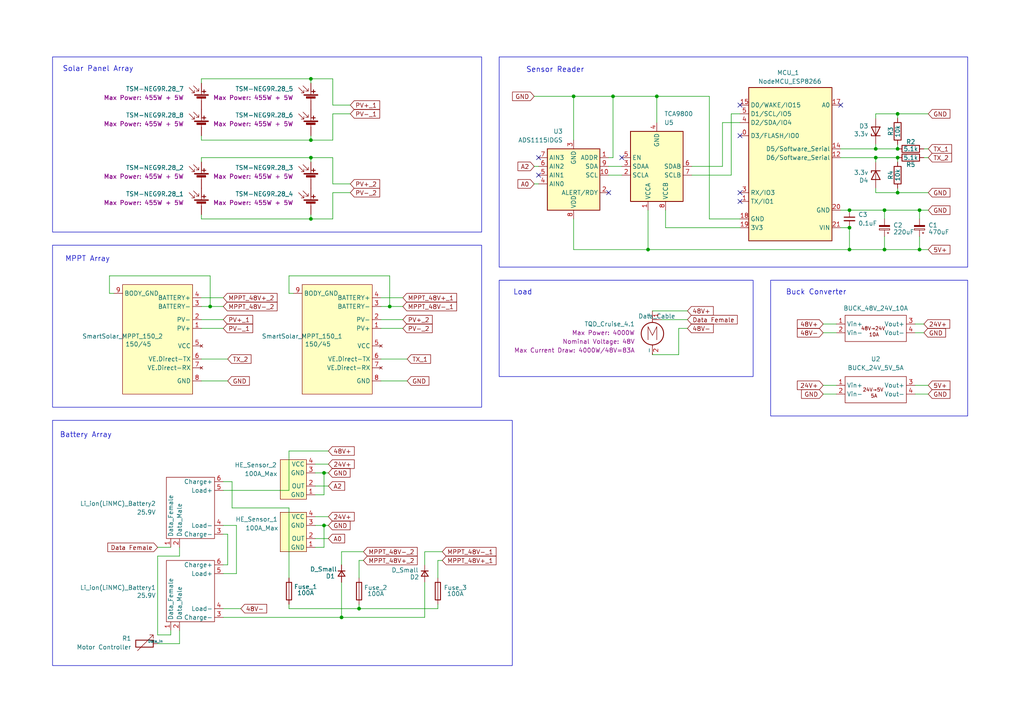
<source format=kicad_sch>
(kicad_sch
	(version 20250114)
	(generator "eeschema")
	(generator_version "9.0")
	(uuid "75fc4f1f-f685-4434-8d3d-f14a86ca3325")
	(paper "A4")
	(lib_symbols
		(symbol "Analog_ADC:ADS1115IDGS"
			(exclude_from_sim no)
			(in_bom yes)
			(on_board yes)
			(property "Reference" "U"
				(at 2.54 13.97 0)
				(effects
					(font
						(size 1.27 1.27)
					)
				)
			)
			(property "Value" "ADS1115IDGS"
				(at 7.62 11.43 0)
				(effects
					(font
						(size 1.27 1.27)
					)
				)
			)
			(property "Footprint" "Package_SO:TSSOP-10_3x3mm_P0.5mm"
				(at 0 -12.7 0)
				(effects
					(font
						(size 1.27 1.27)
					)
					(hide yes)
				)
			)
			(property "Datasheet" "http://www.ti.com/lit/ds/symlink/ads1113.pdf"
				(at -1.27 -22.86 0)
				(effects
					(font
						(size 1.27 1.27)
					)
					(hide yes)
				)
			)
			(property "Description" "Ultra-Small, Low-Power, I2C-Compatible, 860-SPS, 16-Bit ADCs With Internal Reference, Oscillator, and Programmable Comparator, VSSOP-10"
				(at 0 0 0)
				(effects
					(font
						(size 1.27 1.27)
					)
					(hide yes)
				)
			)
			(property "ki_keywords" "16 bit 4 channel I2C ADC"
				(at 0 0 0)
				(effects
					(font
						(size 1.27 1.27)
					)
					(hide yes)
				)
			)
			(property "ki_fp_filters" "TSSOP*3x3mm*P0.5mm*"
				(at 0 0 0)
				(effects
					(font
						(size 1.27 1.27)
					)
					(hide yes)
				)
			)
			(symbol "ADS1115IDGS_0_1"
				(rectangle
					(start -7.62 10.16)
					(end 7.62 -7.62)
					(stroke
						(width 0.254)
						(type default)
					)
					(fill
						(type background)
					)
				)
			)
			(symbol "ADS1115IDGS_1_1"
				(pin input line
					(at -10.16 2.54 0)
					(length 2.54)
					(name "AIN0"
						(effects
							(font
								(size 1.27 1.27)
							)
						)
					)
					(number "4"
						(effects
							(font
								(size 1.27 1.27)
							)
						)
					)
				)
				(pin input line
					(at -10.16 0 0)
					(length 2.54)
					(name "AIN1"
						(effects
							(font
								(size 1.27 1.27)
							)
						)
					)
					(number "5"
						(effects
							(font
								(size 1.27 1.27)
							)
						)
					)
				)
				(pin input line
					(at -10.16 -2.54 0)
					(length 2.54)
					(name "AIN2"
						(effects
							(font
								(size 1.27 1.27)
							)
						)
					)
					(number "6"
						(effects
							(font
								(size 1.27 1.27)
							)
						)
					)
				)
				(pin input line
					(at -10.16 -5.08 0)
					(length 2.54)
					(name "AIN3"
						(effects
							(font
								(size 1.27 1.27)
							)
						)
					)
					(number "7"
						(effects
							(font
								(size 1.27 1.27)
							)
						)
					)
				)
				(pin power_in line
					(at 0 12.7 270)
					(length 2.54)
					(name "VDD"
						(effects
							(font
								(size 1.27 1.27)
							)
						)
					)
					(number "8"
						(effects
							(font
								(size 1.27 1.27)
							)
						)
					)
				)
				(pin power_in line
					(at 0 -10.16 90)
					(length 2.54)
					(name "GND"
						(effects
							(font
								(size 1.27 1.27)
							)
						)
					)
					(number "3"
						(effects
							(font
								(size 1.27 1.27)
							)
						)
					)
				)
				(pin output line
					(at 10.16 5.08 180)
					(length 2.54)
					(name "ALERT/RDY"
						(effects
							(font
								(size 1.27 1.27)
							)
						)
					)
					(number "2"
						(effects
							(font
								(size 1.27 1.27)
							)
						)
					)
				)
				(pin input line
					(at 10.16 0 180)
					(length 2.54)
					(name "SCL"
						(effects
							(font
								(size 1.27 1.27)
							)
						)
					)
					(number "10"
						(effects
							(font
								(size 1.27 1.27)
							)
						)
					)
				)
				(pin bidirectional line
					(at 10.16 -2.54 180)
					(length 2.54)
					(name "SDA"
						(effects
							(font
								(size 1.27 1.27)
							)
						)
					)
					(number "9"
						(effects
							(font
								(size 1.27 1.27)
							)
						)
					)
				)
				(pin input line
					(at 10.16 -5.08 180)
					(length 2.54)
					(name "ADDR"
						(effects
							(font
								(size 1.27 1.27)
							)
						)
					)
					(number "1"
						(effects
							(font
								(size 1.27 1.27)
							)
						)
					)
				)
			)
			(embedded_fonts no)
		)
		(symbol "Device:C_Polarized_Small"
			(pin_numbers
				(hide yes)
			)
			(pin_names
				(offset 0.254)
				(hide yes)
			)
			(exclude_from_sim no)
			(in_bom yes)
			(on_board yes)
			(property "Reference" "C"
				(at 0.254 1.778 0)
				(effects
					(font
						(size 1.27 1.27)
					)
					(justify left)
				)
			)
			(property "Value" "C_Polarized_Small"
				(at 0.254 -2.032 0)
				(effects
					(font
						(size 1.27 1.27)
					)
					(justify left)
				)
			)
			(property "Footprint" ""
				(at 0 0 0)
				(effects
					(font
						(size 1.27 1.27)
					)
					(hide yes)
				)
			)
			(property "Datasheet" "~"
				(at 0 0 0)
				(effects
					(font
						(size 1.27 1.27)
					)
					(hide yes)
				)
			)
			(property "Description" "Polarized capacitor, small symbol"
				(at 0 0 0)
				(effects
					(font
						(size 1.27 1.27)
					)
					(hide yes)
				)
			)
			(property "ki_keywords" "cap capacitor"
				(at 0 0 0)
				(effects
					(font
						(size 1.27 1.27)
					)
					(hide yes)
				)
			)
			(property "ki_fp_filters" "CP_*"
				(at 0 0 0)
				(effects
					(font
						(size 1.27 1.27)
					)
					(hide yes)
				)
			)
			(symbol "C_Polarized_Small_0_1"
				(rectangle
					(start -1.524 0.6858)
					(end 1.524 0.3048)
					(stroke
						(width 0)
						(type default)
					)
					(fill
						(type none)
					)
				)
				(rectangle
					(start -1.524 -0.3048)
					(end 1.524 -0.6858)
					(stroke
						(width 0)
						(type default)
					)
					(fill
						(type outline)
					)
				)
				(polyline
					(pts
						(xy -1.27 1.524) (xy -0.762 1.524)
					)
					(stroke
						(width 0)
						(type default)
					)
					(fill
						(type none)
					)
				)
				(polyline
					(pts
						(xy -1.016 1.27) (xy -1.016 1.778)
					)
					(stroke
						(width 0)
						(type default)
					)
					(fill
						(type none)
					)
				)
			)
			(symbol "C_Polarized_Small_1_1"
				(pin passive line
					(at 0 2.54 270)
					(length 1.8542)
					(name "~"
						(effects
							(font
								(size 1.27 1.27)
							)
						)
					)
					(number "1"
						(effects
							(font
								(size 1.27 1.27)
							)
						)
					)
				)
				(pin passive line
					(at 0 -2.54 90)
					(length 1.8542)
					(name "~"
						(effects
							(font
								(size 1.27 1.27)
							)
						)
					)
					(number "2"
						(effects
							(font
								(size 1.27 1.27)
							)
						)
					)
				)
			)
			(embedded_fonts no)
		)
		(symbol "Device:C_Small"
			(pin_numbers
				(hide yes)
			)
			(pin_names
				(offset 0.254)
				(hide yes)
			)
			(exclude_from_sim no)
			(in_bom yes)
			(on_board yes)
			(property "Reference" "C"
				(at 0.254 1.778 0)
				(effects
					(font
						(size 1.27 1.27)
					)
					(justify left)
				)
			)
			(property "Value" "C_Small"
				(at 0.254 -2.032 0)
				(effects
					(font
						(size 1.27 1.27)
					)
					(justify left)
				)
			)
			(property "Footprint" ""
				(at 0 0 0)
				(effects
					(font
						(size 1.27 1.27)
					)
					(hide yes)
				)
			)
			(property "Datasheet" "~"
				(at 0 0 0)
				(effects
					(font
						(size 1.27 1.27)
					)
					(hide yes)
				)
			)
			(property "Description" "Unpolarized capacitor, small symbol"
				(at 0 0 0)
				(effects
					(font
						(size 1.27 1.27)
					)
					(hide yes)
				)
			)
			(property "ki_keywords" "capacitor cap"
				(at 0 0 0)
				(effects
					(font
						(size 1.27 1.27)
					)
					(hide yes)
				)
			)
			(property "ki_fp_filters" "C_*"
				(at 0 0 0)
				(effects
					(font
						(size 1.27 1.27)
					)
					(hide yes)
				)
			)
			(symbol "C_Small_0_1"
				(polyline
					(pts
						(xy -1.524 0.508) (xy 1.524 0.508)
					)
					(stroke
						(width 0.3048)
						(type default)
					)
					(fill
						(type none)
					)
				)
				(polyline
					(pts
						(xy -1.524 -0.508) (xy 1.524 -0.508)
					)
					(stroke
						(width 0.3302)
						(type default)
					)
					(fill
						(type none)
					)
				)
			)
			(symbol "C_Small_1_1"
				(pin passive line
					(at 0 2.54 270)
					(length 2.032)
					(name "~"
						(effects
							(font
								(size 1.27 1.27)
							)
						)
					)
					(number "1"
						(effects
							(font
								(size 1.27 1.27)
							)
						)
					)
				)
				(pin passive line
					(at 0 -2.54 90)
					(length 2.032)
					(name "~"
						(effects
							(font
								(size 1.27 1.27)
							)
						)
					)
					(number "2"
						(effects
							(font
								(size 1.27 1.27)
							)
						)
					)
				)
			)
			(embedded_fonts no)
		)
		(symbol "Device:D_Small"
			(pin_numbers
				(hide yes)
			)
			(pin_names
				(offset 0.254)
				(hide yes)
			)
			(exclude_from_sim no)
			(in_bom yes)
			(on_board yes)
			(property "Reference" "D"
				(at -1.27 2.032 0)
				(effects
					(font
						(size 1.27 1.27)
					)
					(justify left)
				)
			)
			(property "Value" "D_Small"
				(at -3.81 -2.032 0)
				(effects
					(font
						(size 1.27 1.27)
					)
					(justify left)
				)
			)
			(property "Footprint" ""
				(at 0 0 90)
				(effects
					(font
						(size 1.27 1.27)
					)
					(hide yes)
				)
			)
			(property "Datasheet" "~"
				(at 0 0 90)
				(effects
					(font
						(size 1.27 1.27)
					)
					(hide yes)
				)
			)
			(property "Description" "Diode, small symbol"
				(at 0 0 0)
				(effects
					(font
						(size 1.27 1.27)
					)
					(hide yes)
				)
			)
			(property "Sim.Device" "D"
				(at 0 0 0)
				(effects
					(font
						(size 1.27 1.27)
					)
					(hide yes)
				)
			)
			(property "Sim.Pins" "1=K 2=A"
				(at 0 0 0)
				(effects
					(font
						(size 1.27 1.27)
					)
					(hide yes)
				)
			)
			(property "ki_keywords" "diode"
				(at 0 0 0)
				(effects
					(font
						(size 1.27 1.27)
					)
					(hide yes)
				)
			)
			(property "ki_fp_filters" "TO-???* *_Diode_* *SingleDiode* D_*"
				(at 0 0 0)
				(effects
					(font
						(size 1.27 1.27)
					)
					(hide yes)
				)
			)
			(symbol "D_Small_0_1"
				(polyline
					(pts
						(xy -0.762 0) (xy 0.762 0)
					)
					(stroke
						(width 0)
						(type default)
					)
					(fill
						(type none)
					)
				)
				(polyline
					(pts
						(xy -0.762 -1.016) (xy -0.762 1.016)
					)
					(stroke
						(width 0.254)
						(type default)
					)
					(fill
						(type none)
					)
				)
				(polyline
					(pts
						(xy 0.762 -1.016) (xy -0.762 0) (xy 0.762 1.016) (xy 0.762 -1.016)
					)
					(stroke
						(width 0.254)
						(type default)
					)
					(fill
						(type none)
					)
				)
			)
			(symbol "D_Small_1_1"
				(pin passive line
					(at -2.54 0 0)
					(length 1.778)
					(name "K"
						(effects
							(font
								(size 1.27 1.27)
							)
						)
					)
					(number "1"
						(effects
							(font
								(size 1.27 1.27)
							)
						)
					)
				)
				(pin passive line
					(at 2.54 0 180)
					(length 1.778)
					(name "A"
						(effects
							(font
								(size 1.27 1.27)
							)
						)
					)
					(number "2"
						(effects
							(font
								(size 1.27 1.27)
							)
						)
					)
				)
			)
			(embedded_fonts no)
		)
		(symbol "Device:D_Zener"
			(pin_numbers
				(hide yes)
			)
			(pin_names
				(offset 1.016)
				(hide yes)
			)
			(exclude_from_sim no)
			(in_bom yes)
			(on_board yes)
			(property "Reference" "D"
				(at 0 2.54 0)
				(effects
					(font
						(size 1.27 1.27)
					)
				)
			)
			(property "Value" "D_Zener"
				(at 0 -2.54 0)
				(effects
					(font
						(size 1.27 1.27)
					)
				)
			)
			(property "Footprint" ""
				(at 0 0 0)
				(effects
					(font
						(size 1.27 1.27)
					)
					(hide yes)
				)
			)
			(property "Datasheet" "~"
				(at 0 0 0)
				(effects
					(font
						(size 1.27 1.27)
					)
					(hide yes)
				)
			)
			(property "Description" "Zener diode"
				(at 0 0 0)
				(effects
					(font
						(size 1.27 1.27)
					)
					(hide yes)
				)
			)
			(property "ki_keywords" "diode"
				(at 0 0 0)
				(effects
					(font
						(size 1.27 1.27)
					)
					(hide yes)
				)
			)
			(property "ki_fp_filters" "TO-???* *_Diode_* *SingleDiode* D_*"
				(at 0 0 0)
				(effects
					(font
						(size 1.27 1.27)
					)
					(hide yes)
				)
			)
			(symbol "D_Zener_0_1"
				(polyline
					(pts
						(xy -1.27 -1.27) (xy -1.27 1.27) (xy -0.762 1.27)
					)
					(stroke
						(width 0.254)
						(type default)
					)
					(fill
						(type none)
					)
				)
				(polyline
					(pts
						(xy 1.27 0) (xy -1.27 0)
					)
					(stroke
						(width 0)
						(type default)
					)
					(fill
						(type none)
					)
				)
				(polyline
					(pts
						(xy 1.27 -1.27) (xy 1.27 1.27) (xy -1.27 0) (xy 1.27 -1.27)
					)
					(stroke
						(width 0.254)
						(type default)
					)
					(fill
						(type none)
					)
				)
			)
			(symbol "D_Zener_1_1"
				(pin passive line
					(at -3.81 0 0)
					(length 2.54)
					(name "K"
						(effects
							(font
								(size 1.27 1.27)
							)
						)
					)
					(number "1"
						(effects
							(font
								(size 1.27 1.27)
							)
						)
					)
				)
				(pin passive line
					(at 3.81 0 180)
					(length 2.54)
					(name "A"
						(effects
							(font
								(size 1.27 1.27)
							)
						)
					)
					(number "2"
						(effects
							(font
								(size 1.27 1.27)
							)
						)
					)
				)
			)
			(embedded_fonts no)
		)
		(symbol "Device:Fuse"
			(pin_numbers
				(hide yes)
			)
			(pin_names
				(offset 0)
			)
			(exclude_from_sim no)
			(in_bom yes)
			(on_board yes)
			(property "Reference" "F"
				(at 2.032 0 90)
				(effects
					(font
						(size 1.27 1.27)
					)
				)
			)
			(property "Value" "Fuse"
				(at -1.905 0 90)
				(effects
					(font
						(size 1.27 1.27)
					)
				)
			)
			(property "Footprint" ""
				(at -1.778 0 90)
				(effects
					(font
						(size 1.27 1.27)
					)
					(hide yes)
				)
			)
			(property "Datasheet" "~"
				(at 0 0 0)
				(effects
					(font
						(size 1.27 1.27)
					)
					(hide yes)
				)
			)
			(property "Description" "Fuse"
				(at 0 0 0)
				(effects
					(font
						(size 1.27 1.27)
					)
					(hide yes)
				)
			)
			(property "ki_keywords" "fuse"
				(at 0 0 0)
				(effects
					(font
						(size 1.27 1.27)
					)
					(hide yes)
				)
			)
			(property "ki_fp_filters" "*Fuse*"
				(at 0 0 0)
				(effects
					(font
						(size 1.27 1.27)
					)
					(hide yes)
				)
			)
			(symbol "Fuse_0_1"
				(rectangle
					(start -0.762 -2.54)
					(end 0.762 2.54)
					(stroke
						(width 0.254)
						(type default)
					)
					(fill
						(type none)
					)
				)
				(polyline
					(pts
						(xy 0 2.54) (xy 0 -2.54)
					)
					(stroke
						(width 0)
						(type default)
					)
					(fill
						(type none)
					)
				)
			)
			(symbol "Fuse_1_1"
				(pin passive line
					(at 0 3.81 270)
					(length 1.27)
					(name "~"
						(effects
							(font
								(size 1.27 1.27)
							)
						)
					)
					(number "1"
						(effects
							(font
								(size 1.27 1.27)
							)
						)
					)
				)
				(pin passive line
					(at 0 -3.81 90)
					(length 1.27)
					(name "~"
						(effects
							(font
								(size 1.27 1.27)
							)
						)
					)
					(number "2"
						(effects
							(font
								(size 1.27 1.27)
							)
						)
					)
				)
			)
			(embedded_fonts no)
		)
		(symbol "Device:R"
			(pin_numbers
				(hide yes)
			)
			(pin_names
				(offset 0)
			)
			(exclude_from_sim no)
			(in_bom yes)
			(on_board yes)
			(property "Reference" "R"
				(at 2.032 0 90)
				(effects
					(font
						(size 1.27 1.27)
					)
				)
			)
			(property "Value" "R"
				(at 0 0 90)
				(effects
					(font
						(size 1.27 1.27)
					)
				)
			)
			(property "Footprint" ""
				(at -1.778 0 90)
				(effects
					(font
						(size 1.27 1.27)
					)
					(hide yes)
				)
			)
			(property "Datasheet" "~"
				(at 0 0 0)
				(effects
					(font
						(size 1.27 1.27)
					)
					(hide yes)
				)
			)
			(property "Description" "Resistor"
				(at 0 0 0)
				(effects
					(font
						(size 1.27 1.27)
					)
					(hide yes)
				)
			)
			(property "ki_keywords" "R res resistor"
				(at 0 0 0)
				(effects
					(font
						(size 1.27 1.27)
					)
					(hide yes)
				)
			)
			(property "ki_fp_filters" "R_*"
				(at 0 0 0)
				(effects
					(font
						(size 1.27 1.27)
					)
					(hide yes)
				)
			)
			(symbol "R_0_1"
				(rectangle
					(start -1.016 -2.54)
					(end 1.016 2.54)
					(stroke
						(width 0.254)
						(type default)
					)
					(fill
						(type none)
					)
				)
			)
			(symbol "R_1_1"
				(pin passive line
					(at 0 3.81 270)
					(length 1.27)
					(name "~"
						(effects
							(font
								(size 1.27 1.27)
							)
						)
					)
					(number "1"
						(effects
							(font
								(size 1.27 1.27)
							)
						)
					)
				)
				(pin passive line
					(at 0 -3.81 90)
					(length 1.27)
					(name "~"
						(effects
							(font
								(size 1.27 1.27)
							)
						)
					)
					(number "2"
						(effects
							(font
								(size 1.27 1.27)
							)
						)
					)
				)
			)
			(embedded_fonts no)
		)
		(symbol "Interface:TCA9800"
			(exclude_from_sim no)
			(in_bom yes)
			(on_board yes)
			(property "Reference" "U"
				(at -7.62 11.43 0)
				(effects
					(font
						(size 1.27 1.27)
					)
					(justify left)
				)
			)
			(property "Value" "TCA9800"
				(at 5.08 11.43 0)
				(effects
					(font
						(size 1.27 1.27)
					)
					(justify left)
				)
			)
			(property "Footprint" "Package_SO:VSSOP-8_3x3mm_P0.65mm"
				(at 22.86 -11.43 0)
				(effects
					(font
						(size 1.27 1.27)
					)
					(hide yes)
				)
			)
			(property "Datasheet" "http://www.ti.com/lit/ds/symlink/tca9800.pdf"
				(at -7.62 11.43 0)
				(effects
					(font
						(size 1.27 1.27)
					)
					(hide yes)
				)
			)
			(property "Description" "Level-Translating I2C Bus Buffer/Repeater 0.54mA Current Source, VSSOP-8"
				(at 0 0 0)
				(effects
					(font
						(size 1.27 1.27)
					)
					(hide yes)
				)
			)
			(property "ki_keywords" "I2C buffer repeater"
				(at 0 0 0)
				(effects
					(font
						(size 1.27 1.27)
					)
					(hide yes)
				)
			)
			(property "ki_fp_filters" "VSSOP*3x3mm*P0.65mm*"
				(at 0 0 0)
				(effects
					(font
						(size 1.27 1.27)
					)
					(hide yes)
				)
			)
			(symbol "TCA9800_0_1"
				(rectangle
					(start -7.62 10.16)
					(end 7.62 -10.16)
					(stroke
						(width 0.254)
						(type default)
					)
					(fill
						(type background)
					)
				)
			)
			(symbol "TCA9800_1_1"
				(pin bidirectional line
					(at -10.16 2.54 0)
					(length 2.54)
					(name "SCLA"
						(effects
							(font
								(size 1.27 1.27)
							)
						)
					)
					(number "2"
						(effects
							(font
								(size 1.27 1.27)
							)
						)
					)
				)
				(pin bidirectional line
					(at -10.16 0 0)
					(length 2.54)
					(name "SDAA"
						(effects
							(font
								(size 1.27 1.27)
							)
						)
					)
					(number "3"
						(effects
							(font
								(size 1.27 1.27)
							)
						)
					)
				)
				(pin input line
					(at -10.16 -2.54 0)
					(length 2.54)
					(name "EN"
						(effects
							(font
								(size 1.27 1.27)
							)
						)
					)
					(number "5"
						(effects
							(font
								(size 1.27 1.27)
							)
						)
					)
				)
				(pin power_in line
					(at -2.54 12.7 270)
					(length 2.54)
					(name "VCCA"
						(effects
							(font
								(size 1.27 1.27)
							)
						)
					)
					(number "1"
						(effects
							(font
								(size 1.27 1.27)
							)
						)
					)
				)
				(pin power_in line
					(at 0 -12.7 90)
					(length 2.54)
					(name "GND"
						(effects
							(font
								(size 1.27 1.27)
							)
						)
					)
					(number "4"
						(effects
							(font
								(size 1.27 1.27)
							)
						)
					)
				)
				(pin power_in line
					(at 2.54 12.7 270)
					(length 2.54)
					(name "VCCB"
						(effects
							(font
								(size 1.27 1.27)
							)
						)
					)
					(number "8"
						(effects
							(font
								(size 1.27 1.27)
							)
						)
					)
				)
				(pin bidirectional line
					(at 10.16 2.54 180)
					(length 2.54)
					(name "SCLB"
						(effects
							(font
								(size 1.27 1.27)
							)
						)
					)
					(number "7"
						(effects
							(font
								(size 1.27 1.27)
							)
						)
					)
				)
				(pin bidirectional line
					(at 10.16 0 180)
					(length 2.54)
					(name "SDAB"
						(effects
							(font
								(size 1.27 1.27)
							)
						)
					)
					(number "6"
						(effects
							(font
								(size 1.27 1.27)
							)
						)
					)
				)
			)
			(embedded_fonts no)
		)
		(symbol "Proa:BUCK_24V_5V_5A"
			(exclude_from_sim no)
			(in_bom yes)
			(on_board yes)
			(property "Reference" "U?"
				(at 0.508 7.112 0)
				(effects
					(font
						(size 1.27 1.27)
					)
				)
			)
			(property "Value" "BUCK_24V_5V_5A"
				(at 0 4.826 0)
				(effects
					(font
						(size 1.27 1.27)
					)
				)
			)
			(property "Footprint" ""
				(at 0 0 0)
				(effects
					(font
						(size 1.27 1.27)
					)
					(hide yes)
				)
			)
			(property "Datasheet" ""
				(at 0 0 0)
				(effects
					(font
						(size 1.27 1.27)
					)
					(hide yes)
				)
			)
			(property "Description" ""
				(at 0 0 0)
				(effects
					(font
						(size 1.27 1.27)
					)
					(hide yes)
				)
			)
			(symbol "BUCK_24V_5V_5A_0_1"
				(rectangle
					(start -8.89 3.81)
					(end 8.89 -3.81)
					(stroke
						(width 0)
						(type default)
					)
					(fill
						(type none)
					)
				)
			)
			(symbol "BUCK_24V_5V_5A_1_1"
				(text "24V→5V\n"
					(at -0.762 0 0)
					(effects
						(font
							(size 1.016 1.016)
						)
					)
				)
				(text "5A"
					(at -0.508 -1.778 0)
					(effects
						(font
							(size 1.016 1.016)
						)
					)
				)
				(text private "#SIM_MODEL=BUCK_24V_5V_5A"
					(at 0 13.462 0)
					(effects
						(font
							(size 1.27 1.27)
						)
					)
				)
				(pin passive line
					(at -11.43 1.27 0)
					(length 2.54)
					(name "Vin+"
						(effects
							(font
								(size 1.27 1.27)
							)
						)
					)
					(number "1"
						(effects
							(font
								(size 1.27 1.27)
							)
						)
					)
				)
				(pin passive line
					(at -11.43 -1.27 0)
					(length 2.54)
					(name "Vin-"
						(effects
							(font
								(size 1.27 1.27)
							)
						)
					)
					(number "2"
						(effects
							(font
								(size 1.27 1.27)
							)
						)
					)
				)
				(pin power_out line
					(at 11.43 1.27 180)
					(length 2.54)
					(name "Vout+"
						(effects
							(font
								(size 1.27 1.27)
							)
						)
					)
					(number "3"
						(effects
							(font
								(size 1.27 1.27)
							)
						)
					)
				)
				(pin power_out line
					(at 11.43 -1.27 180)
					(length 2.54)
					(name "Vout-"
						(effects
							(font
								(size 1.27 1.27)
							)
						)
					)
					(number "4"
						(effects
							(font
								(size 1.27 1.27)
							)
						)
					)
				)
			)
			(embedded_fonts no)
		)
		(symbol "Proa:BUCK_48V_24V_?A"
			(exclude_from_sim no)
			(in_bom yes)
			(on_board yes)
			(property "Reference" "U?"
				(at 0.508 7.112 0)
				(effects
					(font
						(size 1.27 1.27)
					)
				)
			)
			(property "Value" "BUCK_48V_24V_10A"
				(at 0 4.826 0)
				(effects
					(font
						(size 1.27 1.27)
					)
				)
			)
			(property "Footprint" ""
				(at 0 0 0)
				(effects
					(font
						(size 1.27 1.27)
					)
					(hide yes)
				)
			)
			(property "Datasheet" ""
				(at 0 0 0)
				(effects
					(font
						(size 1.27 1.27)
					)
					(hide yes)
				)
			)
			(property "Description" ""
				(at 0 0 0)
				(effects
					(font
						(size 1.27 1.27)
					)
					(hide yes)
				)
			)
			(symbol "BUCK_48V_24V_?A_0_1"
				(rectangle
					(start -8.89 3.81)
					(end 8.89 -3.81)
					(stroke
						(width 0)
						(type default)
					)
					(fill
						(type none)
					)
				)
			)
			(symbol "BUCK_48V_24V_?A_1_1"
				(text "48V→24V"
					(at -0.762 0 0)
					(effects
						(font
							(size 1.016 1.016)
						)
					)
				)
				(text "10A"
					(at -0.508 -1.778 0)
					(effects
						(font
							(size 1.016 1.016)
						)
					)
				)
				(text private "#SIM_MODEL=BUCK_24V_5V_5A"
					(at 0 13.462 0)
					(effects
						(font
							(size 1.27 1.27)
						)
					)
				)
				(pin passive line
					(at -11.43 1.27 0)
					(length 2.54)
					(name "Vin+"
						(effects
							(font
								(size 1.27 1.27)
							)
						)
					)
					(number "1"
						(effects
							(font
								(size 1.27 1.27)
							)
						)
					)
				)
				(pin passive line
					(at -11.43 -1.27 0)
					(length 2.54)
					(name "Vin-"
						(effects
							(font
								(size 1.27 1.27)
							)
						)
					)
					(number "2"
						(effects
							(font
								(size 1.27 1.27)
							)
						)
					)
				)
				(pin power_out line
					(at 11.43 1.27 180)
					(length 2.54)
					(name "Vout+"
						(effects
							(font
								(size 1.27 1.27)
							)
						)
					)
					(number "3"
						(effects
							(font
								(size 1.27 1.27)
							)
						)
					)
				)
				(pin passive line
					(at 11.43 -1.27 180)
					(length 2.54)
					(name "Vout-"
						(effects
							(font
								(size 1.27 1.27)
							)
						)
					)
					(number "4"
						(effects
							(font
								(size 1.27 1.27)
							)
						)
					)
				)
			)
			(embedded_fonts no)
		)
		(symbol "Proa:Hall effect current sensor +24V QNDBK1-21"
			(exclude_from_sim no)
			(in_bom yes)
			(on_board yes)
			(property "Reference" "100A"
				(at 5.588 0 0)
				(effects
					(font
						(size 1.27 1.27)
					)
				)
			)
			(property "Value" ""
				(at 0 0 0)
				(effects
					(font
						(size 1.27 1.27)
					)
				)
			)
			(property "Footprint" ""
				(at 0 0 0)
				(effects
					(font
						(size 1.27 1.27)
					)
					(hide yes)
				)
			)
			(property "Datasheet" ""
				(at 0 0 0)
				(effects
					(font
						(size 1.27 1.27)
					)
					(hide yes)
				)
			)
			(property "Description" ""
				(at 0 0 0)
				(effects
					(font
						(size 1.27 1.27)
					)
					(hide yes)
				)
			)
			(symbol "Hall effect current sensor +24V QNDBK1-21_1_1"
				(rectangle
					(start -5.08 5.08)
					(end 2.54 -6.35)
					(stroke
						(width 0)
						(type solid)
					)
					(fill
						(type background)
					)
				)
				(pin passive line
					(at -7.62 3.81 0)
					(length 2.54)
					(name "GND"
						(effects
							(font
								(size 1.27 1.27)
							)
						)
					)
					(number "1"
						(effects
							(font
								(size 1.27 1.27)
							)
						)
					)
				)
				(pin output line
					(at -7.62 1.27 0)
					(length 2.54)
					(name "OUT"
						(effects
							(font
								(size 1.27 1.27)
							)
						)
					)
					(number "2"
						(effects
							(font
								(size 1.27 1.27)
							)
						)
					)
				)
				(pin power_in line
					(at -7.62 -2.54 0)
					(length 2.54)
					(name "GND"
						(effects
							(font
								(size 1.27 1.27)
							)
						)
					)
					(number "3"
						(effects
							(font
								(size 1.27 1.27)
							)
						)
					)
				)
				(pin power_in line
					(at -7.62 -5.08 0)
					(length 2.54)
					(name "VCC"
						(effects
							(font
								(size 1.27 1.27)
							)
						)
					)
					(number "4"
						(effects
							(font
								(size 1.27 1.27)
							)
						)
					)
				)
			)
			(embedded_fonts no)
		)
		(symbol "Proa:Li-ion_with_data_ports"
			(exclude_from_sim no)
			(in_bom yes)
			(on_board yes)
			(property "Reference" "Li_ion(LiNMC)_Battery"
				(at 0.508 12.446 0)
				(effects
					(font
						(size 1.27 1.27)
					)
				)
			)
			(property "Value" "25.9V"
				(at 0 10.16 0)
				(effects
					(font
						(size 1.27 1.27)
					)
				)
			)
			(property "Footprint" ""
				(at 0 0 0)
				(effects
					(font
						(size 1.27 1.27)
					)
					(hide yes)
				)
			)
			(property "Datasheet" ""
				(at 0 0 0)
				(effects
					(font
						(size 1.27 1.27)
					)
					(hide yes)
				)
			)
			(property "Description" ""
				(at 0 0 0)
				(effects
					(font
						(size 1.27 1.27)
					)
					(hide yes)
				)
			)
			(property "Max Charge" "100A"
				(at 18.542 5.334 0)
				(show_name)
				(effects
					(font
						(size 1.27 1.27)
					)
				)
			)
			(property "Max Discharge" "180A"
				(at 19.812 7.366 0)
				(show_name)
				(effects
					(font
						(size 1.27 1.27)
					)
				)
			)
			(symbol "Li-ion_with_data_ports_0_1"
				(rectangle
					(start -8.89 8.89)
					(end 8.89 -5.08)
					(stroke
						(width 0)
						(type default)
					)
					(fill
						(type none)
					)
				)
			)
			(symbol "Li-ion_with_data_ports_1_1"
				(pin passive line
					(at -11.43 7.62 0)
					(length 2.54)
					(name "Data_Female"
						(effects
							(font
								(size 1.27 1.27)
							)
						)
					)
					(number "1"
						(effects
							(font
								(size 1.27 1.27)
							)
						)
					)
				)
				(pin passive line
					(at -11.43 5.08 0)
					(length 2.54)
					(name "Data_Male"
						(effects
							(font
								(size 1.27 1.27)
							)
						)
					)
					(number "2"
						(effects
							(font
								(size 1.27 1.27)
							)
						)
					)
				)
				(pin passive line
					(at -7.62 -7.62 90)
					(length 2.54)
					(name "Charge-"
						(effects
							(font
								(size 1.27 1.27)
							)
						)
					)
					(number "3"
						(effects
							(font
								(size 1.27 1.27)
							)
						)
					)
				)
				(pin passive line
					(at -5.08 -7.62 90)
					(length 2.54)
					(name "Load-"
						(effects
							(font
								(size 1.27 1.27)
							)
						)
					)
					(number "4"
						(effects
							(font
								(size 1.27 1.27)
							)
						)
					)
				)
				(pin output line
					(at 5.08 -7.62 90)
					(length 2.54)
					(name "Load+"
						(effects
							(font
								(size 1.27 1.27)
							)
						)
					)
					(number "5"
						(effects
							(font
								(size 1.27 1.27)
							)
						)
					)
				)
				(pin output line
					(at 7.62 -7.62 90)
					(length 2.54)
					(name "Charge+"
						(effects
							(font
								(size 1.27 1.27)
							)
						)
					)
					(number "6"
						(effects
							(font
								(size 1.27 1.27)
							)
						)
					)
				)
			)
			(embedded_fonts no)
		)
		(symbol "Proa:Motor Controller"
			(pin_numbers
				(hide yes)
			)
			(pin_names
				(offset 0)
			)
			(exclude_from_sim no)
			(in_bom yes)
			(on_board yes)
			(property "Reference" "R"
				(at 2.54 2.54 0)
				(effects
					(font
						(size 1.27 1.27)
					)
					(justify right)
				)
			)
			(property "Value" "Motor Controller"
				(at 8.382 7.366 0)
				(effects
					(font
						(size 1.27 1.27)
					)
					(justify right)
				)
			)
			(property "Footprint" ""
				(at 0 -1.778 0)
				(effects
					(font
						(size 1.27 1.27)
					)
					(hide yes)
				)
			)
			(property "Datasheet" "~"
				(at 0 0 90)
				(effects
					(font
						(size 1.27 1.27)
					)
					(hide yes)
				)
			)
			(property "Description" "Variable resistor"
				(at 0.508 4.826 0)
				(effects
					(font
						(size 1.27 1.27)
					)
					(hide yes)
				)
			)
			(property "ki_keywords" "R res resistor variable potentiometer rheostat"
				(at 0 0 0)
				(effects
					(font
						(size 1.27 1.27)
					)
					(hide yes)
				)
			)
			(property "ki_fp_filters" "R_*"
				(at 0 0 0)
				(effects
					(font
						(size 1.27 1.27)
					)
					(hide yes)
				)
			)
			(symbol "Motor Controller_0_1"
				(rectangle
					(start -2.54 1.016)
					(end 2.54 -1.016)
					(stroke
						(width 0.254)
						(type default)
					)
					(fill
						(type none)
					)
				)
				(polyline
					(pts
						(xy -1.524 2.54) (xy -2.54 2.54) (xy -2.54 1.524) (xy -2.54 2.54) (xy 2.032 -2.032)
					)
					(stroke
						(width 0)
						(type default)
					)
					(fill
						(type none)
					)
				)
			)
			(symbol "Motor Controller_1_1"
				(pin passive line
					(at -3.81 0 0)
					(length 1.27)
					(name "Data_In"
						(effects
							(font
								(size 0.762 0.762)
							)
						)
					)
					(number "1"
						(effects
							(font
								(size 1.27 1.27)
							)
						)
					)
				)
			)
			(embedded_fonts no)
		)
		(symbol "Proa:NodeMCU_ESP8266"
			(exclude_from_sim no)
			(in_bom yes)
			(on_board yes)
			(property "Reference" "MCU_?"
				(at 8.89 -24.13 0)
				(effects
					(font
						(size 1.27 1.27)
					)
					(justify right)
				)
			)
			(property "Value" "NodeMCU_ESP8266"
				(at 6.35 24.384 0)
				(effects
					(font
						(size 1.27 1.27)
					)
					(justify right)
				)
			)
			(property "Footprint" ""
				(at -3.81 39.37 0)
				(effects
					(font
						(size 1.27 1.27)
					)
					(justify right)
					(hide yes)
				)
			)
			(property "Datasheet" ""
				(at -1.27 35.56 0)
				(effects
					(font
						(size 1.27 1.27)
					)
					(hide yes)
				)
			)
			(property "Description" ""
				(at -1.27 5.08 0)
				(effects
					(font
						(size 1.27 1.27)
					)
					(hide yes)
				)
			)
			(property "ki_fp_filters" "Adafruit*Feather*"
				(at 0 0 0)
				(effects
					(font
						(size 1.27 1.27)
					)
					(hide yes)
				)
			)
			(symbol "NodeMCU_ESP8266_0_1"
				(rectangle
					(start -13.97 21.59)
					(end 10.16 -22.86)
					(stroke
						(width 0.254)
						(type default)
					)
					(fill
						(type background)
					)
				)
			)
			(symbol "NodeMCU_ESP8266_1_1"
				(pin input line
					(at -16.51 16.51 0)
					(length 2.54)
					(name "A0"
						(effects
							(font
								(size 1.27 1.27)
							)
						)
					)
					(number "17"
						(effects
							(font
								(size 1.27 1.27)
							)
						)
					)
				)
				(pin bidirectional line
					(at -16.51 3.81 0)
					(length 2.54)
					(name "D5/Software_Serial"
						(effects
							(font
								(size 1.27 1.27)
							)
						)
					)
					(number "14"
						(effects
							(font
								(size 1.27 1.27)
							)
						)
					)
				)
				(pin bidirectional line
					(at -16.51 1.27 0)
					(length 2.54)
					(name "D6/Software_Serial"
						(effects
							(font
								(size 1.27 1.27)
							)
						)
					)
					(number "12"
						(effects
							(font
								(size 1.27 1.27)
							)
						)
					)
				)
				(pin power_in line
					(at -16.51 -13.97 0)
					(length 2.54)
					(name "GND"
						(effects
							(font
								(size 1.27 1.27)
							)
						)
					)
					(number "20"
						(effects
							(font
								(size 1.27 1.27)
							)
						)
					)
				)
				(pin power_in line
					(at -16.51 -19.05 0)
					(length 2.54)
					(name "VIN"
						(effects
							(font
								(size 1.27 1.27)
							)
						)
					)
					(number "21"
						(effects
							(font
								(size 1.27 1.27)
							)
						)
					)
				)
				(pin bidirectional line
					(at 12.7 16.51 180)
					(length 2.54)
					(name "D0/WAKE/IO15"
						(effects
							(font
								(size 1.27 1.27)
							)
						)
					)
					(number "15"
						(effects
							(font
								(size 1.27 1.27)
							)
						)
					)
				)
				(pin bidirectional line
					(at 12.7 13.97 180)
					(length 2.54)
					(name "D1/SCL/IO5"
						(effects
							(font
								(size 1.27 1.27)
							)
						)
					)
					(number "5"
						(effects
							(font
								(size 1.27 1.27)
							)
						)
					)
				)
				(pin bidirectional line
					(at 12.7 11.43 180)
					(length 2.54)
					(name "D2/SDA/IO4"
						(effects
							(font
								(size 1.27 1.27)
							)
						)
					)
					(number "4"
						(effects
							(font
								(size 1.27 1.27)
							)
						)
					)
				)
				(pin bidirectional line
					(at 12.7 7.62 180)
					(length 2.54)
					(name "D3/FLASH/IO0"
						(effects
							(font
								(size 1.27 1.27)
							)
						)
					)
					(number "0"
						(effects
							(font
								(size 1.27 1.27)
							)
						)
					)
				)
				(pin bidirectional line
					(at 12.7 -8.89 180)
					(length 2.54)
					(name "RX/IO3"
						(effects
							(font
								(size 1.27 1.27)
							)
						)
					)
					(number "3"
						(effects
							(font
								(size 1.27 1.27)
							)
						)
					)
				)
				(pin bidirectional line
					(at 12.7 -11.43 180)
					(length 2.54)
					(name "TX/IO1"
						(effects
							(font
								(size 1.27 1.27)
							)
						)
					)
					(number "1"
						(effects
							(font
								(size 1.27 1.27)
							)
						)
					)
				)
				(pin power_in line
					(at 12.7 -16.51 180)
					(length 2.54)
					(name "GND"
						(effects
							(font
								(size 1.27 1.27)
							)
						)
					)
					(number "18"
						(effects
							(font
								(size 1.27 1.27)
							)
						)
					)
				)
				(pin power_out line
					(at 12.7 -19.05 180)
					(length 2.54)
					(name "3V3"
						(effects
							(font
								(size 1.27 1.27)
							)
						)
					)
					(number "19"
						(effects
							(font
								(size 1.27 1.27)
							)
						)
					)
				)
			)
			(embedded_fonts no)
		)
		(symbol "Proa:SmartSolar_MPPT_150_45"
			(exclude_from_sim no)
			(in_bom yes)
			(on_board yes)
			(property "Reference" "SmartSolar_MPPT_150_45"
				(at 2.54 11.938 0)
				(effects
					(font
						(size 1.27 1.27)
					)
				)
			)
			(property "Value" ""
				(at -431.8 127 0)
				(effects
					(font
						(size 1.27 1.27)
					)
				)
			)
			(property "Footprint" ""
				(at -431.8 127 0)
				(effects
					(font
						(size 1.27 1.27)
					)
					(hide yes)
				)
			)
			(property "Datasheet" ""
				(at -431.8 127 0)
				(effects
					(font
						(size 1.27 1.27)
					)
					(hide yes)
				)
			)
			(property "Description" ""
				(at -431.8 127 0)
				(effects
					(font
						(size 1.27 1.27)
					)
					(hide yes)
				)
			)
			(symbol "SmartSolar_MPPT_150_45_1_1"
				(rectangle
					(start -10.16 10.16)
					(end 10.16 -21.59)
					(stroke
						(width 0)
						(type solid)
					)
					(fill
						(type background)
					)
				)
				(pin power_out line
					(at -12.7 6.35 0)
					(length 2.54)
					(name "BATTERY+"
						(effects
							(font
								(size 1.27 1.27)
							)
						)
					)
					(number "4"
						(effects
							(font
								(size 1.27 1.27)
							)
						)
					)
				)
				(pin power_out line
					(at -12.7 3.81 0)
					(length 2.54)
					(name "BATTERY-"
						(effects
							(font
								(size 1.27 1.27)
							)
						)
					)
					(number "3"
						(effects
							(font
								(size 1.27 1.27)
							)
						)
					)
				)
				(pin input line
					(at -12.7 0 0)
					(length 2.54)
					(name "PV-"
						(effects
							(font
								(size 1.27 1.27)
							)
						)
					)
					(number "2"
						(effects
							(font
								(size 1.27 1.27)
							)
						)
					)
				)
				(pin input line
					(at -12.7 -2.54 0)
					(length 2.54)
					(name "PV+"
						(effects
							(font
								(size 1.27 1.27)
							)
						)
					)
					(number "1"
						(effects
							(font
								(size 1.27 1.27)
							)
						)
					)
				)
				(pin no_connect line
					(at -12.7 -7.62 0)
					(length 2.54)
					(name "VCC"
						(effects
							(font
								(size 1.27 1.27)
							)
						)
					)
					(number "5"
						(effects
							(font
								(size 1.27 1.27)
							)
						)
					)
				)
				(pin output line
					(at -12.7 -11.43 0)
					(length 2.54)
					(name "VE.Direct-TX"
						(effects
							(font
								(size 1.27 1.27)
							)
						)
					)
					(number "6"
						(effects
							(font
								(size 1.27 1.27)
							)
						)
					)
				)
				(pin no_connect line
					(at -12.7 -13.97 0)
					(length 2.54)
					(name "VE.Direct-RX"
						(effects
							(font
								(size 1.27 1.27)
							)
						)
					)
					(number "7"
						(effects
							(font
								(size 1.27 1.27)
							)
						)
					)
				)
				(pin input line
					(at -12.7 -17.78 0)
					(length 2.54)
					(name "GND"
						(effects
							(font
								(size 1.27 1.27)
							)
						)
					)
					(number "8"
						(effects
							(font
								(size 1.27 1.27)
							)
						)
					)
				)
				(pin passive line
					(at 12.7 7.62 180)
					(length 2.54)
					(name "BODY_GND"
						(effects
							(font
								(size 1.27 1.27)
							)
						)
					)
					(number "9"
						(effects
							(font
								(size 1.27 1.27)
							)
						)
					)
				)
			)
			(embedded_fonts no)
		)
		(symbol "Proa:Solar_Cell"
			(pin_numbers
				(hide yes)
			)
			(pin_names
				(offset 0)
				(hide yes)
			)
			(exclude_from_sim no)
			(in_bom yes)
			(on_board yes)
			(property "Reference" "TSM-NEG9R.28_3"
				(at 3.556 4.826 0)
				(effects
					(font
						(size 1.27 1.27)
					)
					(justify left)
				)
			)
			(property "Value" "455W"
				(at 3.81 0.8891 0)
				(effects
					(font
						(size 1.27 1.27)
					)
					(justify left)
					(hide yes)
				)
			)
			(property "Footprint" ""
				(at 0 1.524 90)
				(effects
					(font
						(size 1.27 1.27)
					)
					(hide yes)
				)
			)
			(property "Datasheet" "~"
				(at 0 1.524 90)
				(effects
					(font
						(size 1.27 1.27)
					)
					(hide yes)
				)
			)
			(property "Description" "Single solar cell"
				(at 0 0 0)
				(effects
					(font
						(size 1.27 1.27)
					)
					(hide yes)
				)
			)
			(property "Max Power" "455W + 5W"
				(at 14.986 2.794 0)
				(show_name)
				(effects
					(font
						(size 1.27 1.27)
					)
				)
			)
			(property "Max Voltage" "45V"
				(at 11.938 0.762 0)
				(show_name)
				(effects
					(font
						(size 1.27 1.27)
					)
				)
			)
			(property "Max Current" "10.11A"
				(at 13.462 -1.27 0)
				(show_name)
				(effects
					(font
						(size 1.27 1.27)
					)
				)
			)
			(property "ki_keywords" "solar cell"
				(at 0 0 0)
				(effects
					(font
						(size 1.27 1.27)
					)
					(hide yes)
				)
			)
			(symbol "Solar_Cell_0_1"
				(polyline
					(pts
						(xy -2.032 3.048) (xy -2.032 2.286) (xy -2.794 2.286)
					)
					(stroke
						(width 0)
						(type default)
					)
					(fill
						(type none)
					)
				)
				(polyline
					(pts
						(xy -2.032 2.286) (xy -3.556 3.81)
					)
					(stroke
						(width 0)
						(type default)
					)
					(fill
						(type none)
					)
				)
				(rectangle
					(start -2.032 1.778)
					(end 2.032 1.524)
					(stroke
						(width 0)
						(type default)
					)
					(fill
						(type outline)
					)
				)
				(rectangle
					(start -1.3208 1.1938)
					(end 1.27 0.6858)
					(stroke
						(width 0)
						(type default)
					)
					(fill
						(type outline)
					)
				)
				(polyline
					(pts
						(xy -0.762 3.556) (xy -0.762 2.794) (xy -1.524 2.794)
					)
					(stroke
						(width 0)
						(type default)
					)
					(fill
						(type none)
					)
				)
				(polyline
					(pts
						(xy -0.762 2.794) (xy -2.286 4.318)
					)
					(stroke
						(width 0)
						(type default)
					)
					(fill
						(type none)
					)
				)
				(polyline
					(pts
						(xy 0 1.778) (xy 0 2.54)
					)
					(stroke
						(width 0)
						(type default)
					)
					(fill
						(type none)
					)
				)
				(polyline
					(pts
						(xy 0 0.762) (xy 0 0)
					)
					(stroke
						(width 0)
						(type default)
					)
					(fill
						(type none)
					)
				)
				(polyline
					(pts
						(xy 0.254 2.667) (xy 1.27 2.667)
					)
					(stroke
						(width 0.254)
						(type default)
					)
					(fill
						(type none)
					)
				)
				(polyline
					(pts
						(xy 0.762 3.175) (xy 0.762 2.159)
					)
					(stroke
						(width 0.254)
						(type default)
					)
					(fill
						(type none)
					)
				)
			)
			(symbol "Solar_Cell_1_1"
				(pin passive line
					(at 0 5.08 270)
					(length 2.54)
					(name "+"
						(effects
							(font
								(size 1.27 1.27)
							)
						)
					)
					(number "1"
						(effects
							(font
								(size 1.27 1.27)
							)
						)
					)
				)
				(pin passive line
					(at 0 -2.54 90)
					(length 2.54)
					(name "-"
						(effects
							(font
								(size 1.27 1.27)
							)
						)
					)
					(number "2"
						(effects
							(font
								(size 1.27 1.27)
							)
						)
					)
				)
			)
			(embedded_fonts no)
		)
		(symbol "Proa:TQD Cruise 4.0"
			(pin_names
				(offset 0)
			)
			(exclude_from_sim no)
			(in_bom yes)
			(on_board yes)
			(property "Reference" "TQD_Cruise_4.0"
				(at 4.064 2.286 0)
				(effects
					(font
						(size 1.27 1.27)
					)
					(justify left)
				)
			)
			(property "Value" ""
				(at 2.54 -5.08 0)
				(effects
					(font
						(size 1.27 1.27)
					)
					(justify left top)
					(hide yes)
				)
			)
			(property "Footprint" ""
				(at 0 -2.286 0)
				(effects
					(font
						(size 1.27 1.27)
					)
					(hide yes)
				)
			)
			(property "Datasheet" "~"
				(at 0 -2.286 0)
				(effects
					(font
						(size 1.27 1.27)
					)
					(hide yes)
				)
			)
			(property "Description" "DC Motor"
				(at 0 0 0)
				(effects
					(font
						(size 1.27 1.27)
					)
					(hide yes)
				)
			)
			(property "Max Power" "4000W"
				(at 13.208 0 0)
				(show_name)
				(effects
					(font
						(size 1.27 1.27)
					)
				)
			)
			(property "Nominal Voltage" "48V"
				(at 14.732 -2.032 0)
				(show_name)
				(effects
					(font
						(size 1.27 1.27)
					)
				)
			)
			(property "Max Current Draw" "4000W/48V=83A"
				(at 21.59 -4.318 0)
				(show_name)
				(effects
					(font
						(size 1.27 1.27)
					)
				)
			)
			(property "ki_keywords" "DC Motor"
				(at 0 0 0)
				(effects
					(font
						(size 1.27 1.27)
					)
					(hide yes)
				)
			)
			(property "ki_fp_filters" "PinHeader*P2.54mm* TerminalBlock*"
				(at 0 0 0)
				(effects
					(font
						(size 1.27 1.27)
					)
					(hide yes)
				)
			)
			(symbol "TQD Cruise 4.0_0_0"
				(polyline
					(pts
						(xy -1.27 -3.302) (xy -1.27 0.508) (xy 0 -2.032) (xy 1.27 0.508) (xy 1.27 -3.302)
					)
					(stroke
						(width 0)
						(type default)
					)
					(fill
						(type none)
					)
				)
			)
			(symbol "TQD Cruise 4.0_0_1"
				(polyline
					(pts
						(xy 0 2.032) (xy 0 2.54)
					)
					(stroke
						(width 0)
						(type default)
					)
					(fill
						(type none)
					)
				)
				(polyline
					(pts
						(xy 0 1.7272) (xy 0 2.0828)
					)
					(stroke
						(width 0)
						(type default)
					)
					(fill
						(type none)
					)
				)
				(circle
					(center 0 -1.524)
					(radius 3.2512)
					(stroke
						(width 0.254)
						(type default)
					)
					(fill
						(type none)
					)
				)
				(polyline
					(pts
						(xy 0 -4.7752) (xy 0 -5.1816)
					)
					(stroke
						(width 0)
						(type default)
					)
					(fill
						(type none)
					)
				)
				(polyline
					(pts
						(xy 0 -7.62) (xy 0 -7.112)
					)
					(stroke
						(width 0)
						(type default)
					)
					(fill
						(type none)
					)
				)
			)
			(symbol "TQD Cruise 4.0_1_1"
				(pin passive line
					(at -2.54 2.54 0)
					(length 2.54)
					(name "Data_Cable"
						(effects
							(font
								(size 1.27 1.27)
							)
						)
					)
					(number ""
						(effects
							(font
								(size 1.27 1.27)
							)
						)
					)
				)
				(pin passive line
					(at 0 5.08 270)
					(length 2.54)
					(name "+"
						(effects
							(font
								(size 1.27 1.27)
							)
						)
					)
					(number "1"
						(effects
							(font
								(size 1.27 1.27)
							)
						)
					)
				)
				(pin passive line
					(at 0 -7.62 90)
					(length 2.54)
					(name "-"
						(effects
							(font
								(size 1.27 1.27)
							)
						)
					)
					(number "2"
						(effects
							(font
								(size 1.27 1.27)
							)
						)
					)
				)
			)
			(embedded_fonts no)
		)
		(symbol "SmartSolar_MPPT_150_45_1"
			(exclude_from_sim no)
			(in_bom yes)
			(on_board yes)
			(property "Reference" "SmartSolar_MPPT_150_45"
				(at 2.54 11.938 0)
				(effects
					(font
						(size 1.27 1.27)
					)
				)
			)
			(property "Value" ""
				(at -431.8 127 0)
				(effects
					(font
						(size 1.27 1.27)
					)
				)
			)
			(property "Footprint" ""
				(at -431.8 127 0)
				(effects
					(font
						(size 1.27 1.27)
					)
					(hide yes)
				)
			)
			(property "Datasheet" ""
				(at -431.8 127 0)
				(effects
					(font
						(size 1.27 1.27)
					)
					(hide yes)
				)
			)
			(property "Description" ""
				(at -431.8 127 0)
				(effects
					(font
						(size 1.27 1.27)
					)
					(hide yes)
				)
			)
			(symbol "SmartSolar_MPPT_150_45_1_1_1"
				(rectangle
					(start -10.16 10.16)
					(end 10.16 -21.59)
					(stroke
						(width 0)
						(type solid)
					)
					(fill
						(type background)
					)
				)
				(pin power_out line
					(at -12.7 6.35 0)
					(length 2.54)
					(name "BATTERY+"
						(effects
							(font
								(size 1.27 1.27)
							)
						)
					)
					(number "4"
						(effects
							(font
								(size 1.27 1.27)
							)
						)
					)
				)
				(pin power_out line
					(at -12.7 3.81 0)
					(length 2.54)
					(name "BATTERY-"
						(effects
							(font
								(size 1.27 1.27)
							)
						)
					)
					(number "3"
						(effects
							(font
								(size 1.27 1.27)
							)
						)
					)
				)
				(pin input line
					(at -12.7 0 0)
					(length 2.54)
					(name "PV-"
						(effects
							(font
								(size 1.27 1.27)
							)
						)
					)
					(number "2"
						(effects
							(font
								(size 1.27 1.27)
							)
						)
					)
				)
				(pin input line
					(at -12.7 -2.54 0)
					(length 2.54)
					(name "PV+"
						(effects
							(font
								(size 1.27 1.27)
							)
						)
					)
					(number "1"
						(effects
							(font
								(size 1.27 1.27)
							)
						)
					)
				)
				(pin no_connect line
					(at -12.7 -7.62 0)
					(length 2.54)
					(name "VCC"
						(effects
							(font
								(size 1.27 1.27)
							)
						)
					)
					(number "5"
						(effects
							(font
								(size 1.27 1.27)
							)
						)
					)
				)
				(pin output line
					(at -12.7 -11.43 0)
					(length 2.54)
					(name "VE.Direct-TX"
						(effects
							(font
								(size 1.27 1.27)
							)
						)
					)
					(number "6"
						(effects
							(font
								(size 1.27 1.27)
							)
						)
					)
				)
				(pin no_connect line
					(at -12.7 -13.97 0)
					(length 2.54)
					(name "VE.Direct-RX"
						(effects
							(font
								(size 1.27 1.27)
							)
						)
					)
					(number "7"
						(effects
							(font
								(size 1.27 1.27)
							)
						)
					)
				)
				(pin input line
					(at -12.7 -17.78 0)
					(length 2.54)
					(name "GND"
						(effects
							(font
								(size 1.27 1.27)
							)
						)
					)
					(number "8"
						(effects
							(font
								(size 1.27 1.27)
							)
						)
					)
				)
				(pin passive line
					(at 12.7 7.62 180)
					(length 2.54)
					(name "BODY_GND"
						(effects
							(font
								(size 1.27 1.27)
							)
						)
					)
					(number "9"
						(effects
							(font
								(size 1.27 1.27)
							)
						)
					)
				)
			)
			(embedded_fonts no)
		)
	)
	(rectangle
		(start 144.78 16.51)
		(end 280.67 77.47)
		(stroke
			(width 0)
			(type default)
		)
		(fill
			(type none)
		)
		(uuid 1c4c1e0e-a83c-4ec7-9b41-47524b4b7558)
	)
	(rectangle
		(start 144.78 81.28)
		(end 218.44 109.22)
		(stroke
			(width 0)
			(type default)
		)
		(fill
			(type none)
		)
		(uuid 3d9e4cdd-bee3-4bcd-8230-21437568986f)
	)
	(rectangle
		(start 223.52 81.28)
		(end 280.67 120.65)
		(stroke
			(width 0)
			(type default)
		)
		(fill
			(type none)
		)
		(uuid 578a7426-8f15-49b6-b411-a6551f2cb125)
	)
	(rectangle
		(start 15.24 71.12)
		(end 139.7 118.11)
		(stroke
			(width 0)
			(type default)
		)
		(fill
			(type none)
		)
		(uuid c007cc29-e392-4aab-ae3a-fd1fab29db1c)
	)
	(rectangle
		(start 15.24 121.92)
		(end 148.59 193.04)
		(stroke
			(width 0)
			(type default)
		)
		(fill
			(type none)
		)
		(uuid d6772fa4-9fb5-42e8-9d07-54059f4a87d0)
	)
	(rectangle
		(start 15.24 16.51)
		(end 139.7 67.31)
		(stroke
			(width 0)
			(type default)
		)
		(fill
			(type none)
		)
		(uuid f0436561-69f7-404e-868f-68c708723709)
	)
	(text "Battery Array"
		(exclude_from_sim yes)
		(at 24.892 126.238 0)
		(effects
			(font
				(size 1.524 1.524)
			)
		)
		(uuid "22f166ab-8532-49c8-a1a8-79331fc00e54")
	)
	(text "MPPT Array"
		(exclude_from_sim yes)
		(at 25.4 75.184 0)
		(effects
			(font
				(size 1.524 1.524)
			)
		)
		(uuid "3171dbd9-8df6-41e1-a8fb-0ca435478447")
	)
	(text "Sensor Reader"
		(exclude_from_sim yes)
		(at 161.036 20.32 0)
		(effects
			(font
				(size 1.524 1.524)
			)
		)
		(uuid "37fad7ff-1e3b-45db-bd0e-7b9c95e6565f")
	)
	(text "Solar Panel Array"
		(exclude_from_sim yes)
		(at 28.448 20.066 0)
		(effects
			(font
				(size 1.524 1.524)
			)
		)
		(uuid "60244b1f-3a2b-4deb-a0e2-81d23a813486")
	)
	(text "Load"
		(exclude_from_sim yes)
		(at 151.638 84.836 0)
		(effects
			(font
				(size 1.524 1.524)
			)
		)
		(uuid "6e1aa66b-b008-4d55-b694-4627496b40b8")
	)
	(text "Buck Converter"
		(exclude_from_sim yes)
		(at 236.728 84.836 0)
		(effects
			(font
				(size 1.524 1.524)
			)
		)
		(uuid "ed5f616e-ec9e-4637-b5ea-352896ab6aa9")
	)
	(junction
		(at 254 43.18)
		(diameter 0)
		(color 0 0 0 0)
		(uuid "0bf040af-eeb0-4c5d-bc20-42de775ed698")
	)
	(junction
		(at 260.35 55.88)
		(diameter 0)
		(color 0 0 0 0)
		(uuid "0e940029-bb45-4426-b590-d166d39d008e")
	)
	(junction
		(at 90.17 22.86)
		(diameter 0)
		(color 0 0 0 0)
		(uuid "1a61a6d7-c9c3-45f6-828f-7dcfdd67d2f9")
	)
	(junction
		(at 113.03 88.9)
		(diameter 0)
		(color 0 0 0 0)
		(uuid "1f0364cb-9f4c-4df7-ae84-eff982142798")
	)
	(junction
		(at 246.38 60.96)
		(diameter 0)
		(color 0 0 0 0)
		(uuid "20ab3a09-49bb-4ca1-bd58-42a85cd09423")
	)
	(junction
		(at 93.98 152.4)
		(diameter 0)
		(color 0 0 0 0)
		(uuid "24f7e1ed-c948-434d-a604-78fe338b011d")
	)
	(junction
		(at 246.38 72.39)
		(diameter 0)
		(color 0 0 0 0)
		(uuid "26be3305-a4a9-4ae5-80dd-47e7df0f5cf0")
	)
	(junction
		(at 254 45.72)
		(diameter 0)
		(color 0 0 0 0)
		(uuid "404c4adb-aaed-434f-bc3b-2cde12bf2026")
	)
	(junction
		(at 187.96 72.39)
		(diameter 0)
		(color 0 0 0 0)
		(uuid "4307ed5b-4848-4ada-aa00-d443d33131fd")
	)
	(junction
		(at 60.96 88.9)
		(diameter 0)
		(color 0 0 0 0)
		(uuid "436b68c0-a50b-48d1-ba98-ab3491ecb986")
	)
	(junction
		(at 177.8 27.94)
		(diameter 0)
		(color 0 0 0 0)
		(uuid "50721a40-c9a8-46ff-9bd0-c7631841c5e1")
	)
	(junction
		(at 99.06 179.07)
		(diameter 0)
		(color 0 0 0 0)
		(uuid "5838dacb-d909-4a37-8afe-eadb39533353")
	)
	(junction
		(at 90.17 45.72)
		(diameter 0)
		(color 0 0 0 0)
		(uuid "5c40d4c7-cd3b-4ec9-b0c0-dde88733f51d")
	)
	(junction
		(at 90.17 63.5)
		(diameter 0)
		(color 0 0 0 0)
		(uuid "6960d90f-1994-4240-9efd-206fa1d26916")
	)
	(junction
		(at 260.35 45.72)
		(diameter 0)
		(color 0 0 0 0)
		(uuid "708d8c96-e529-45ee-99ee-75f850220b7f")
	)
	(junction
		(at 260.35 33.02)
		(diameter 0)
		(color 0 0 0 0)
		(uuid "81888072-86be-4d62-a44e-a4c71c3677c0")
	)
	(junction
		(at 246.38 66.04)
		(diameter 0)
		(color 0 0 0 0)
		(uuid "8784ae1a-97ec-4edc-ac4b-fc894f3cad82")
	)
	(junction
		(at 104.14 176.53)
		(diameter 0)
		(color 0 0 0 0)
		(uuid "9abbfa4e-96fc-4a16-8315-fd2e53b50c39")
	)
	(junction
		(at 256.54 60.96)
		(diameter 0)
		(color 0 0 0 0)
		(uuid "9c8cff01-7c8f-4efc-bb49-11eddc20bc4e")
	)
	(junction
		(at 93.98 137.16)
		(diameter 0)
		(color 0 0 0 0)
		(uuid "a0456da5-37ff-454a-8dd1-bd6a3f849e40")
	)
	(junction
		(at 166.37 27.94)
		(diameter 0)
		(color 0 0 0 0)
		(uuid "a62a1794-6b80-4f1b-ad34-638b8ef41da5")
	)
	(junction
		(at 260.35 43.18)
		(diameter 0)
		(color 0 0 0 0)
		(uuid "c6b4b4a1-4b98-4fd2-a34a-b90e8778cce7")
	)
	(junction
		(at 266.7 60.96)
		(diameter 0)
		(color 0 0 0 0)
		(uuid "d496a013-da8c-49f6-81b6-75468b07e17b")
	)
	(junction
		(at 256.54 72.39)
		(diameter 0)
		(color 0 0 0 0)
		(uuid "dc484e71-aa64-4c15-a24d-c6d619e52679")
	)
	(junction
		(at 190.5 27.94)
		(diameter 0)
		(color 0 0 0 0)
		(uuid "e2b8a737-0988-4db0-8bfe-d1e36429a9d9")
	)
	(junction
		(at 90.17 40.64)
		(diameter 0)
		(color 0 0 0 0)
		(uuid "e32bf81e-bd94-4e7c-8845-794081e5fc6e")
	)
	(junction
		(at 266.7 72.39)
		(diameter 0)
		(color 0 0 0 0)
		(uuid "fb7a9b23-89ae-4514-b700-89a695f5fb57")
	)
	(no_connect
		(at 214.63 58.42)
		(uuid "11e177f2-8e3d-4929-a84c-e34eb500213c")
	)
	(no_connect
		(at 243.84 30.48)
		(uuid "372870ac-d318-4878-bd0a-a7034ea344b6")
	)
	(no_connect
		(at 176.53 55.88)
		(uuid "5a639535-390e-417f-979f-86fb2dcc1616")
	)
	(no_connect
		(at 180.34 45.72)
		(uuid "65b4b292-46de-499e-b347-6bd570991450")
	)
	(no_connect
		(at 156.21 50.8)
		(uuid "92ff25c9-41cd-44ea-bda3-6dc020a36717")
	)
	(no_connect
		(at 214.63 39.37)
		(uuid "a4e4221b-e392-4765-8b49-eb816cdb45c1")
	)
	(no_connect
		(at 156.21 45.72)
		(uuid "af4a528c-1ee4-4197-a7c5-1136862c4f3a")
	)
	(no_connect
		(at 214.63 30.48)
		(uuid "b1163c9b-e70d-460f-873f-48102c36a475")
	)
	(no_connect
		(at 214.63 55.88)
		(uuid "b3a06c64-feba-4d62-b670-2f02ee75b839")
	)
	(wire
		(pts
			(xy 64.77 166.37) (xy 68.58 166.37)
		)
		(stroke
			(width 0)
			(type default)
		)
		(uuid "0333a188-783d-4b6a-92ab-b23be0190837")
	)
	(wire
		(pts
			(xy 49.53 158.75) (xy 45.72 158.75)
		)
		(stroke
			(width 0)
			(type default)
		)
		(uuid "046708cb-3040-49a8-a0e5-982ace96b643")
	)
	(wire
		(pts
			(xy 256.54 60.96) (xy 256.54 63.5)
		)
		(stroke
			(width 0)
			(type default)
		)
		(uuid "0609bc36-2981-42bb-ae08-a84320e4bae5")
	)
	(wire
		(pts
			(xy 254 33.02) (xy 260.35 33.02)
		)
		(stroke
			(width 0)
			(type default)
		)
		(uuid "084ba316-8d9b-4c62-8fc5-0c477cfaa46f")
	)
	(wire
		(pts
			(xy 96.52 22.86) (xy 90.17 22.86)
		)
		(stroke
			(width 0)
			(type default)
		)
		(uuid "0923c59a-a60b-4af8-818a-e88649a90729")
	)
	(wire
		(pts
			(xy 260.35 55.88) (xy 269.24 55.88)
		)
		(stroke
			(width 0)
			(type default)
		)
		(uuid "0a7aa0ec-e031-47ea-be40-75a492b2a66a")
	)
	(wire
		(pts
			(xy 31.75 80.01) (xy 60.96 80.01)
		)
		(stroke
			(width 0)
			(type default)
		)
		(uuid "0c4a219e-52a7-4246-94ec-3b3caa90590f")
	)
	(wire
		(pts
			(xy 166.37 72.39) (xy 166.37 63.5)
		)
		(stroke
			(width 0)
			(type default)
		)
		(uuid "0dd4e75b-8bff-4f5c-9bd3-25a0e250a5ce")
	)
	(wire
		(pts
			(xy 91.44 152.4) (xy 93.98 152.4)
		)
		(stroke
			(width 0)
			(type default)
		)
		(uuid "100ecac7-7e9c-4f17-9c2e-bdff8b4e6633")
	)
	(wire
		(pts
			(xy 256.54 68.58) (xy 256.54 72.39)
		)
		(stroke
			(width 0)
			(type default)
		)
		(uuid "1087cd35-2568-4dff-9fe3-2c97bb2dc840")
	)
	(wire
		(pts
			(xy 205.74 63.5) (xy 214.63 63.5)
		)
		(stroke
			(width 0)
			(type default)
		)
		(uuid "12a5589f-0215-4688-92da-4645f66d6925")
	)
	(wire
		(pts
			(xy 93.98 152.4) (xy 93.98 158.75)
		)
		(stroke
			(width 0)
			(type default)
		)
		(uuid "15ae98ac-730c-4fc3-b4a3-dd631c0189c9")
	)
	(wire
		(pts
			(xy 118.11 104.14) (xy 110.49 104.14)
		)
		(stroke
			(width 0)
			(type default)
		)
		(uuid "19027dbd-f33a-4bc3-b03a-432db9bc4065")
	)
	(wire
		(pts
			(xy 93.98 143.51) (xy 91.44 143.51)
		)
		(stroke
			(width 0)
			(type default)
		)
		(uuid "19238a49-e5de-4895-9239-f88133cc3a42")
	)
	(wire
		(pts
			(xy 116.84 95.25) (xy 110.49 95.25)
		)
		(stroke
			(width 0)
			(type default)
		)
		(uuid "19b22e70-fc8c-4f95-881b-56b32abc0498")
	)
	(wire
		(pts
			(xy 64.77 179.07) (xy 99.06 179.07)
		)
		(stroke
			(width 0)
			(type default)
		)
		(uuid "1a2296e4-ae38-4a0e-9a09-6045f0ea5180")
	)
	(wire
		(pts
			(xy 154.94 27.94) (xy 166.37 27.94)
		)
		(stroke
			(width 0)
			(type default)
		)
		(uuid "1b0f6a66-7684-4023-acb9-956f8cd6a8ab")
	)
	(wire
		(pts
			(xy 238.76 114.3) (xy 242.57 114.3)
		)
		(stroke
			(width 0)
			(type default)
		)
		(uuid "1c6fbcb3-de4a-47f2-a76e-82b510c33add")
	)
	(wire
		(pts
			(xy 67.31 139.7) (xy 67.31 147.32)
		)
		(stroke
			(width 0)
			(type default)
		)
		(uuid "1d886a4e-910c-4af7-bf2e-cfc35e2fb65d")
	)
	(wire
		(pts
			(xy 104.14 176.53) (xy 127 176.53)
		)
		(stroke
			(width 0)
			(type default)
		)
		(uuid "1e48034f-17e7-4921-b034-13dec06da3fa")
	)
	(wire
		(pts
			(xy 196.85 95.25) (xy 196.85 102.87)
		)
		(stroke
			(width 0)
			(type default)
		)
		(uuid "1f423008-e202-46d9-82a0-bddf72a56cf9")
	)
	(wire
		(pts
			(xy 267.97 45.72) (xy 269.24 45.72)
		)
		(stroke
			(width 0)
			(type default)
		)
		(uuid "20527b10-0638-4c23-a54f-e7d3ac9f1552")
	)
	(wire
		(pts
			(xy 254 45.72) (xy 260.35 45.72)
		)
		(stroke
			(width 0)
			(type default)
		)
		(uuid "20f8d64e-d7e0-47d5-a4c0-5e257eef1271")
	)
	(wire
		(pts
			(xy 199.39 90.17) (xy 189.23 90.17)
		)
		(stroke
			(width 0)
			(type default)
		)
		(uuid "22cd70ed-b226-43af-a323-e48a43885996")
	)
	(wire
		(pts
			(xy 190.5 27.94) (xy 205.74 27.94)
		)
		(stroke
			(width 0)
			(type default)
		)
		(uuid "233831b4-d81d-4b5e-9133-ec3488924846")
	)
	(wire
		(pts
			(xy 127 162.56) (xy 127 167.64)
		)
		(stroke
			(width 0)
			(type default)
		)
		(uuid "24683c81-f76b-47c7-a88d-d7d1e8205821")
	)
	(wire
		(pts
			(xy 260.35 33.02) (xy 260.35 34.29)
		)
		(stroke
			(width 0)
			(type default)
		)
		(uuid "2575e4de-fbdf-4013-a780-4d1ca8ef480b")
	)
	(wire
		(pts
			(xy 64.77 154.94) (xy 66.04 154.94)
		)
		(stroke
			(width 0)
			(type default)
		)
		(uuid "26fe128e-5ced-4b38-bf5f-fe62fcd8b065")
	)
	(wire
		(pts
			(xy 45.72 161.29) (xy 45.72 184.15)
		)
		(stroke
			(width 0)
			(type default)
		)
		(uuid "27484f66-fe1a-480e-bb28-1eb5f3a8f829")
	)
	(wire
		(pts
			(xy 256.54 72.39) (xy 266.7 72.39)
		)
		(stroke
			(width 0)
			(type default)
		)
		(uuid "284dd74b-f845-432e-bb8b-2b7c7fd5c2d8")
	)
	(wire
		(pts
			(xy 90.17 40.64) (xy 90.17 39.37)
		)
		(stroke
			(width 0)
			(type default)
		)
		(uuid "28ede2d7-0616-45cf-912d-1045bd4a3e4a")
	)
	(wire
		(pts
			(xy 116.84 86.36) (xy 110.49 86.36)
		)
		(stroke
			(width 0)
			(type default)
		)
		(uuid "296cabb2-0114-4ea3-bbbc-987553322c76")
	)
	(wire
		(pts
			(xy 96.52 33.02) (xy 96.52 40.64)
		)
		(stroke
			(width 0)
			(type default)
		)
		(uuid "2b2442ae-45f7-4705-bd17-ec96d0822557")
	)
	(wire
		(pts
			(xy 90.17 45.72) (xy 58.42 45.72)
		)
		(stroke
			(width 0)
			(type default)
		)
		(uuid "2bff02e4-35b2-40a3-9b0e-e53fad868161")
	)
	(wire
		(pts
			(xy 267.97 43.18) (xy 269.24 43.18)
		)
		(stroke
			(width 0)
			(type default)
		)
		(uuid "2c2ae202-176a-4a8a-92b8-f2f396cc738c")
	)
	(wire
		(pts
			(xy 113.03 88.9) (xy 110.49 88.9)
		)
		(stroke
			(width 0)
			(type default)
		)
		(uuid "2ce923dd-c6ed-450e-a709-2cc1bf862d2c")
	)
	(wire
		(pts
			(xy 154.94 48.26) (xy 156.21 48.26)
		)
		(stroke
			(width 0)
			(type default)
		)
		(uuid "2ea5cf58-cc7b-4247-a120-e564f7190bec")
	)
	(wire
		(pts
			(xy 66.04 110.49) (xy 58.42 110.49)
		)
		(stroke
			(width 0)
			(type default)
		)
		(uuid "2edd3aef-e299-4beb-b19c-be1c181841c3")
	)
	(wire
		(pts
			(xy 45.72 184.15) (xy 49.53 184.15)
		)
		(stroke
			(width 0)
			(type default)
		)
		(uuid "2fe226ca-1741-4b33-898e-997f9567df43")
	)
	(wire
		(pts
			(xy 196.85 102.87) (xy 189.23 102.87)
		)
		(stroke
			(width 0)
			(type default)
		)
		(uuid "2ffb1843-c5e4-4e81-80b3-d4a5d28d64f1")
	)
	(wire
		(pts
			(xy 254 55.88) (xy 260.35 55.88)
		)
		(stroke
			(width 0)
			(type default)
		)
		(uuid "30469e50-b634-4012-8700-9a901ec7a6c5")
	)
	(wire
		(pts
			(xy 243.84 43.18) (xy 254 43.18)
		)
		(stroke
			(width 0)
			(type default)
		)
		(uuid "319f3a26-8df5-4889-b433-037294d0a61e")
	)
	(wire
		(pts
			(xy 99.06 160.02) (xy 99.06 163.83)
		)
		(stroke
			(width 0)
			(type default)
		)
		(uuid "352e8dd3-866c-4c2e-9417-e9ab4619c0ef")
	)
	(wire
		(pts
			(xy 67.31 139.7) (xy 64.77 139.7)
		)
		(stroke
			(width 0)
			(type default)
		)
		(uuid "354908e4-9413-4096-93d1-175dc19fdffb")
	)
	(wire
		(pts
			(xy 127 162.56) (xy 128.27 162.56)
		)
		(stroke
			(width 0)
			(type default)
		)
		(uuid "36745b00-4e17-474c-99e1-a595649c0a2b")
	)
	(wire
		(pts
			(xy 83.82 130.81) (xy 95.25 130.81)
		)
		(stroke
			(width 0)
			(type default)
		)
		(uuid "37fface6-e6c2-47a9-b26d-6336bad479ce")
	)
	(wire
		(pts
			(xy 254 55.88) (xy 254 54.61)
		)
		(stroke
			(width 0)
			(type default)
		)
		(uuid "38622e78-2409-48f4-bd77-684c42bd8f08")
	)
	(wire
		(pts
			(xy 66.04 163.83) (xy 64.77 163.83)
		)
		(stroke
			(width 0)
			(type default)
		)
		(uuid "3b94af05-e440-48d0-94a4-300bad8ae30a")
	)
	(wire
		(pts
			(xy 101.6 33.02) (xy 96.52 33.02)
		)
		(stroke
			(width 0)
			(type default)
		)
		(uuid "3fc7775a-8abd-4ac6-a759-db436de4e5bc")
	)
	(wire
		(pts
			(xy 90.17 63.5) (xy 90.17 62.23)
		)
		(stroke
			(width 0)
			(type default)
		)
		(uuid "45dd7020-e4c8-4302-a8e0-54a0611d5e75")
	)
	(wire
		(pts
			(xy 176.53 50.8) (xy 180.34 50.8)
		)
		(stroke
			(width 0)
			(type default)
		)
		(uuid "49098a47-a262-4347-8948-4da2ebc9f806")
	)
	(wire
		(pts
			(xy 127 176.53) (xy 127 175.26)
		)
		(stroke
			(width 0)
			(type default)
		)
		(uuid "4a481d49-5ab8-4e8a-93db-1cc8998be8de")
	)
	(wire
		(pts
			(xy 199.39 92.71) (xy 191.77 92.71)
		)
		(stroke
			(width 0)
			(type default)
		)
		(uuid "4a61d8b7-c910-45e6-bd56-15f10de95eb8")
	)
	(wire
		(pts
			(xy 193.04 66.04) (xy 193.04 60.96)
		)
		(stroke
			(width 0)
			(type default)
		)
		(uuid "4aa35c44-5d59-47a8-9b12-2dcb43d6e44d")
	)
	(wire
		(pts
			(xy 265.43 93.98) (xy 267.97 93.98)
		)
		(stroke
			(width 0)
			(type default)
		)
		(uuid "4b09f820-cab6-47f5-9ca3-44cd5953034e")
	)
	(wire
		(pts
			(xy 266.7 60.96) (xy 266.7 63.5)
		)
		(stroke
			(width 0)
			(type default)
		)
		(uuid "4c8890d3-37f2-4a59-b69b-17ab85694d56")
	)
	(wire
		(pts
			(xy 238.76 96.52) (xy 242.57 96.52)
		)
		(stroke
			(width 0)
			(type default)
		)
		(uuid "501b7dbc-5aea-4582-89d0-7368824291c4")
	)
	(wire
		(pts
			(xy 67.31 147.32) (xy 83.82 147.32)
		)
		(stroke
			(width 0)
			(type default)
		)
		(uuid "51bf1480-120f-47be-8852-6624dd7cb7b0")
	)
	(wire
		(pts
			(xy 254 41.91) (xy 254 43.18)
		)
		(stroke
			(width 0)
			(type default)
		)
		(uuid "548ceb7f-a682-4537-9de6-7aa56e92d497")
	)
	(wire
		(pts
			(xy 90.17 22.86) (xy 58.42 22.86)
		)
		(stroke
			(width 0)
			(type default)
		)
		(uuid "54c93baa-1278-448d-9253-f8ebb0afdf7d")
	)
	(wire
		(pts
			(xy 243.84 66.04) (xy 246.38 66.04)
		)
		(stroke
			(width 0)
			(type default)
		)
		(uuid "5a723f69-ab10-4519-85fc-877ec0c31685")
	)
	(wire
		(pts
			(xy 265.43 96.52) (xy 267.97 96.52)
		)
		(stroke
			(width 0)
			(type default)
		)
		(uuid "5b81deed-0aac-45f3-a4c3-f70671dee4d6")
	)
	(wire
		(pts
			(xy 101.6 55.88) (xy 96.52 55.88)
		)
		(stroke
			(width 0)
			(type default)
		)
		(uuid "5dfcbcf5-70c8-49ce-a4b4-698abc81598a")
	)
	(wire
		(pts
			(xy 113.03 80.01) (xy 113.03 88.9)
		)
		(stroke
			(width 0)
			(type default)
		)
		(uuid "5f4f5c8a-23de-4b72-8a17-ba015b2032ec")
	)
	(wire
		(pts
			(xy 238.76 111.76) (xy 242.57 111.76)
		)
		(stroke
			(width 0)
			(type default)
		)
		(uuid "5f63c8e8-a1dd-430e-bdd4-c4069926e795")
	)
	(wire
		(pts
			(xy 156.21 53.34) (xy 154.94 53.34)
		)
		(stroke
			(width 0)
			(type default)
		)
		(uuid "61272a47-d409-4f7d-abc5-38e778986ebc")
	)
	(wire
		(pts
			(xy 96.52 53.34) (xy 96.52 45.72)
		)
		(stroke
			(width 0)
			(type default)
		)
		(uuid "6323976e-ca8e-4484-8ff5-023732e86b04")
	)
	(wire
		(pts
			(xy 58.42 22.86) (xy 58.42 24.13)
		)
		(stroke
			(width 0)
			(type default)
		)
		(uuid "63b5c29e-4cd2-4dd3-bc70-801118793fec")
	)
	(wire
		(pts
			(xy 60.96 80.01) (xy 60.96 88.9)
		)
		(stroke
			(width 0)
			(type default)
		)
		(uuid "63df1d9b-b93f-49f9-a610-292a82f2d32b")
	)
	(wire
		(pts
			(xy 99.06 179.07) (xy 123.19 179.07)
		)
		(stroke
			(width 0)
			(type default)
		)
		(uuid "63e5297f-d4ba-4b03-ad11-79ba5cb73f20")
	)
	(wire
		(pts
			(xy 116.84 88.9) (xy 113.03 88.9)
		)
		(stroke
			(width 0)
			(type default)
		)
		(uuid "64561a85-1068-4842-92fd-e6ff98108701")
	)
	(wire
		(pts
			(xy 93.98 137.16) (xy 93.98 143.51)
		)
		(stroke
			(width 0)
			(type default)
		)
		(uuid "6501906c-ebfb-4006-9863-8f2165489e34")
	)
	(wire
		(pts
			(xy 246.38 72.39) (xy 256.54 72.39)
		)
		(stroke
			(width 0)
			(type default)
		)
		(uuid "66822da8-519a-434e-be66-d01f59bc6a67")
	)
	(wire
		(pts
			(xy 246.38 60.96) (xy 256.54 60.96)
		)
		(stroke
			(width 0)
			(type default)
		)
		(uuid "676bdc7d-0b04-4be0-a441-84e4e3c1d6c8")
	)
	(wire
		(pts
			(xy 266.7 60.96) (xy 269.24 60.96)
		)
		(stroke
			(width 0)
			(type default)
		)
		(uuid "691d7512-0231-4f44-a5d7-7c34d8e3321d")
	)
	(wire
		(pts
			(xy 99.06 160.02) (xy 105.41 160.02)
		)
		(stroke
			(width 0)
			(type default)
		)
		(uuid "6a7e62d9-ff3b-4a9d-bce5-2dc2a53c5fdb")
	)
	(wire
		(pts
			(xy 91.44 137.16) (xy 93.98 137.16)
		)
		(stroke
			(width 0)
			(type default)
		)
		(uuid "6ff41701-6aa7-420f-aadd-c92f801a6b0c")
	)
	(wire
		(pts
			(xy 83.82 176.53) (xy 104.14 176.53)
		)
		(stroke
			(width 0)
			(type default)
		)
		(uuid "7046700a-6148-4d11-aee0-c901cba3fd52")
	)
	(wire
		(pts
			(xy 66.04 104.14) (xy 58.42 104.14)
		)
		(stroke
			(width 0)
			(type default)
		)
		(uuid "75431be4-c84b-4185-b1d2-6d13fbb29323")
	)
	(wire
		(pts
			(xy 45.72 186.69) (xy 52.07 186.69)
		)
		(stroke
			(width 0)
			(type default)
		)
		(uuid "76365bf9-8d1c-4b96-b0e8-0aa074314026")
	)
	(wire
		(pts
			(xy 123.19 168.91) (xy 123.19 179.07)
		)
		(stroke
			(width 0)
			(type default)
		)
		(uuid "768be5a0-08ed-4e5a-9e68-0b9adbc17a60")
	)
	(wire
		(pts
			(xy 93.98 158.75) (xy 91.44 158.75)
		)
		(stroke
			(width 0)
			(type default)
		)
		(uuid "78700ab8-5b76-42fd-bdea-141ea854328b")
	)
	(wire
		(pts
			(xy 101.6 30.48) (xy 96.52 30.48)
		)
		(stroke
			(width 0)
			(type default)
		)
		(uuid "789989d5-3013-43c1-8d1a-aaf11b9e133d")
	)
	(wire
		(pts
			(xy 96.52 30.48) (xy 96.52 22.86)
		)
		(stroke
			(width 0)
			(type default)
		)
		(uuid "7935157b-11ee-4ab9-8bb7-04cca1c0197d")
	)
	(wire
		(pts
			(xy 265.43 114.3) (xy 269.24 114.3)
		)
		(stroke
			(width 0)
			(type default)
		)
		(uuid "79639019-d0b0-4901-b9de-3380cb3891bc")
	)
	(wire
		(pts
			(xy 91.44 156.21) (xy 95.25 156.21)
		)
		(stroke
			(width 0)
			(type default)
		)
		(uuid "7a046ada-6015-4005-8429-95abc1e159fc")
	)
	(wire
		(pts
			(xy 90.17 22.86) (xy 90.17 24.13)
		)
		(stroke
			(width 0)
			(type default)
		)
		(uuid "7a7edca0-d5f7-4e8b-b899-22447ae21a3f")
	)
	(wire
		(pts
			(xy 64.77 88.9) (xy 60.96 88.9)
		)
		(stroke
			(width 0)
			(type default)
		)
		(uuid "7cb27ed6-b014-4617-a93a-e4103d3098c9")
	)
	(wire
		(pts
			(xy 83.82 147.32) (xy 83.82 167.64)
		)
		(stroke
			(width 0)
			(type default)
		)
		(uuid "7d02c879-4544-4833-92ac-2e486f8018bf")
	)
	(wire
		(pts
			(xy 90.17 45.72) (xy 90.17 46.99)
		)
		(stroke
			(width 0)
			(type default)
		)
		(uuid "7d61b776-d389-4954-b8a0-23b75a11a7ba")
	)
	(wire
		(pts
			(xy 91.44 134.62) (xy 95.25 134.62)
		)
		(stroke
			(width 0)
			(type default)
		)
		(uuid "7e376def-cc06-4e4c-b754-d98d410cc70e")
	)
	(wire
		(pts
			(xy 83.82 85.09) (xy 85.09 85.09)
		)
		(stroke
			(width 0)
			(type default)
		)
		(uuid "804fa6c8-eebc-49fd-b62a-a7e3bbc695f3")
	)
	(wire
		(pts
			(xy 101.6 53.34) (xy 96.52 53.34)
		)
		(stroke
			(width 0)
			(type default)
		)
		(uuid "826ad6b6-0393-4dd8-92e7-2edc1021114c")
	)
	(wire
		(pts
			(xy 99.06 168.91) (xy 99.06 179.07)
		)
		(stroke
			(width 0)
			(type default)
		)
		(uuid "82ea028e-b991-46c3-9a24-5a8617cc2b7d")
	)
	(wire
		(pts
			(xy 60.96 88.9) (xy 58.42 88.9)
		)
		(stroke
			(width 0)
			(type default)
		)
		(uuid "864d8d66-ede5-4e34-b313-f9b1dcf3ddcb")
	)
	(wire
		(pts
			(xy 58.42 63.5) (xy 90.17 63.5)
		)
		(stroke
			(width 0)
			(type default)
		)
		(uuid "879f5639-274e-4d9b-8fd4-5dc08977e52e")
	)
	(wire
		(pts
			(xy 49.53 184.15) (xy 49.53 182.88)
		)
		(stroke
			(width 0)
			(type default)
		)
		(uuid "8ba32256-aa5b-466c-aa33-1e7311b25ffb")
	)
	(wire
		(pts
			(xy 265.43 111.76) (xy 269.24 111.76)
		)
		(stroke
			(width 0)
			(type default)
		)
		(uuid "8d17538b-7ba4-4fff-a89e-0354c7a1d45c")
	)
	(wire
		(pts
			(xy 105.41 162.56) (xy 104.14 162.56)
		)
		(stroke
			(width 0)
			(type default)
		)
		(uuid "8d72df8f-296b-4089-9657-84a48c803149")
	)
	(wire
		(pts
			(xy 246.38 66.04) (xy 246.38 72.39)
		)
		(stroke
			(width 0)
			(type default)
		)
		(uuid "8eaf0fa4-8f5b-4e45-8270-a1b0442f79f7")
	)
	(wire
		(pts
			(xy 93.98 152.4) (xy 95.25 152.4)
		)
		(stroke
			(width 0)
			(type default)
		)
		(uuid "8f0f0d9d-1cd6-4195-b59a-1326b16f58f0")
	)
	(wire
		(pts
			(xy 166.37 27.94) (xy 166.37 40.64)
		)
		(stroke
			(width 0)
			(type default)
		)
		(uuid "8fc5bf6d-0cac-42a0-a887-0a3e91b165df")
	)
	(wire
		(pts
			(xy 64.77 86.36) (xy 58.42 86.36)
		)
		(stroke
			(width 0)
			(type default)
		)
		(uuid "95731cab-cdd6-4b91-9c43-65750ac3da93")
	)
	(wire
		(pts
			(xy 187.96 72.39) (xy 246.38 72.39)
		)
		(stroke
			(width 0)
			(type default)
		)
		(uuid "96a67f63-5630-41ff-ac2d-08a32c7d6026")
	)
	(wire
		(pts
			(xy 68.58 152.4) (xy 64.77 152.4)
		)
		(stroke
			(width 0)
			(type default)
		)
		(uuid "96b43c9a-82e6-46bf-a2a0-a825b4676c7b")
	)
	(wire
		(pts
			(xy 214.63 35.56) (xy 209.55 35.56)
		)
		(stroke
			(width 0)
			(type default)
		)
		(uuid "995272b7-66d2-4194-a9e9-89b266c6511a")
	)
	(wire
		(pts
			(xy 52.07 158.75) (xy 52.07 161.29)
		)
		(stroke
			(width 0)
			(type default)
		)
		(uuid "9fc4f613-5911-4196-99b8-12a6eb2a2d25")
	)
	(wire
		(pts
			(xy 83.82 80.01) (xy 113.03 80.01)
		)
		(stroke
			(width 0)
			(type default)
		)
		(uuid "a313fc65-d830-43c4-a445-321a6b74a430")
	)
	(wire
		(pts
			(xy 91.44 149.86) (xy 95.25 149.86)
		)
		(stroke
			(width 0)
			(type default)
		)
		(uuid "a37c2f6d-5d89-42df-89db-fd94dcc1260f")
	)
	(wire
		(pts
			(xy 83.82 176.53) (xy 83.82 175.26)
		)
		(stroke
			(width 0)
			(type default)
		)
		(uuid "a4478ac7-a8f9-4b08-8530-574b15f5501a")
	)
	(wire
		(pts
			(xy 58.42 40.64) (xy 58.42 39.37)
		)
		(stroke
			(width 0)
			(type default)
		)
		(uuid "a4d62f89-bf7b-46cf-abdb-d57635e21b95")
	)
	(wire
		(pts
			(xy 200.66 48.26) (xy 209.55 48.26)
		)
		(stroke
			(width 0)
			(type default)
		)
		(uuid "a7063a1c-d1f4-4695-9c14-0ade9689d53d")
	)
	(wire
		(pts
			(xy 96.52 45.72) (xy 90.17 45.72)
		)
		(stroke
			(width 0)
			(type default)
		)
		(uuid "a925f4fc-7114-4a06-b921-667b0dbcd13e")
	)
	(wire
		(pts
			(xy 212.09 33.02) (xy 214.63 33.02)
		)
		(stroke
			(width 0)
			(type default)
		)
		(uuid "a9ca5721-2cd7-4089-b98b-3128b9876f16")
	)
	(wire
		(pts
			(xy 58.42 45.72) (xy 58.42 46.99)
		)
		(stroke
			(width 0)
			(type default)
		)
		(uuid "a9f12a62-6ede-4314-9aed-09db779abcab")
	)
	(wire
		(pts
			(xy 96.52 40.64) (xy 90.17 40.64)
		)
		(stroke
			(width 0)
			(type default)
		)
		(uuid "b0f691c6-9525-42a6-827e-99aca760c328")
	)
	(wire
		(pts
			(xy 31.75 85.09) (xy 33.02 85.09)
		)
		(stroke
			(width 0)
			(type default)
		)
		(uuid "b2b4389c-d9df-446a-a102-b5e2b0abd9e2")
	)
	(wire
		(pts
			(xy 31.75 85.09) (xy 31.75 80.01)
		)
		(stroke
			(width 0)
			(type default)
		)
		(uuid "b2cc93ae-32e9-4a31-b7b0-6978592def93")
	)
	(wire
		(pts
			(xy 254 43.18) (xy 260.35 43.18)
		)
		(stroke
			(width 0)
			(type default)
		)
		(uuid "b4cf6e2c-b0d5-449e-811f-c92977d5f047")
	)
	(wire
		(pts
			(xy 64.77 176.53) (xy 69.85 176.53)
		)
		(stroke
			(width 0)
			(type default)
		)
		(uuid "b79d95df-b0a3-40ec-a14f-45d414c923cb")
	)
	(wire
		(pts
			(xy 187.96 72.39) (xy 166.37 72.39)
		)
		(stroke
			(width 0)
			(type default)
		)
		(uuid "b9670c50-4b8c-42a4-894d-378e4db25edf")
	)
	(wire
		(pts
			(xy 166.37 27.94) (xy 177.8 27.94)
		)
		(stroke
			(width 0)
			(type default)
		)
		(uuid "b9737335-9cbf-4c91-98c3-3bf9afd53998")
	)
	(wire
		(pts
			(xy 177.8 45.72) (xy 176.53 45.72)
		)
		(stroke
			(width 0)
			(type default)
		)
		(uuid "ba5f05f5-9e95-49af-b6ad-deb404cf2492")
	)
	(wire
		(pts
			(xy 96.52 55.88) (xy 96.52 63.5)
		)
		(stroke
			(width 0)
			(type default)
		)
		(uuid "bb112a96-38ba-4e79-aa29-fe346756ebfd")
	)
	(wire
		(pts
			(xy 260.35 33.02) (xy 269.24 33.02)
		)
		(stroke
			(width 0)
			(type default)
		)
		(uuid "bbcb989d-e2c6-4328-928e-d01deb64a25c")
	)
	(wire
		(pts
			(xy 205.74 27.94) (xy 205.74 63.5)
		)
		(stroke
			(width 0)
			(type default)
		)
		(uuid "bdba1152-7570-4edb-96f6-c6e20312a987")
	)
	(wire
		(pts
			(xy 200.66 50.8) (xy 212.09 50.8)
		)
		(stroke
			(width 0)
			(type default)
		)
		(uuid "bf245842-0ed2-46bb-a0fc-39c82bc0359f")
	)
	(wire
		(pts
			(xy 266.7 68.58) (xy 266.7 72.39)
		)
		(stroke
			(width 0)
			(type default)
		)
		(uuid "c3810a2d-4b53-4535-a1e7-e5e573826a13")
	)
	(wire
		(pts
			(xy 254 46.99) (xy 254 45.72)
		)
		(stroke
			(width 0)
			(type default)
		)
		(uuid "c4235e39-943d-49c4-b4a5-5e4ea3236414")
	)
	(wire
		(pts
			(xy 176.53 48.26) (xy 180.34 48.26)
		)
		(stroke
			(width 0)
			(type default)
		)
		(uuid "c46bf12c-2752-4eb8-bb0a-4856d93a8551")
	)
	(wire
		(pts
			(xy 52.07 161.29) (xy 45.72 161.29)
		)
		(stroke
			(width 0)
			(type default)
		)
		(uuid "c49f539d-a592-47e6-bbc0-5dd70afea3c5")
	)
	(wire
		(pts
			(xy 260.35 41.91) (xy 260.35 43.18)
		)
		(stroke
			(width 0)
			(type default)
		)
		(uuid "c4cb7a41-b5aa-43c0-b4c1-708c917aa425")
	)
	(wire
		(pts
			(xy 177.8 27.94) (xy 177.8 45.72)
		)
		(stroke
			(width 0)
			(type default)
		)
		(uuid "c58241e0-deb1-4f41-a421-d6e07f432257")
	)
	(wire
		(pts
			(xy 91.44 140.97) (xy 95.25 140.97)
		)
		(stroke
			(width 0)
			(type default)
		)
		(uuid "c5df9efb-97cb-4219-bd5b-d32fd19d1232")
	)
	(wire
		(pts
			(xy 123.19 160.02) (xy 128.27 160.02)
		)
		(stroke
			(width 0)
			(type default)
		)
		(uuid "c62924b4-8e1f-4a31-a1b9-50d529787e6d")
	)
	(wire
		(pts
			(xy 177.8 27.94) (xy 190.5 27.94)
		)
		(stroke
			(width 0)
			(type default)
		)
		(uuid "ca66ac29-157e-4c94-9c0d-5c911e81eaf7")
	)
	(wire
		(pts
			(xy 58.42 63.5) (xy 58.42 62.23)
		)
		(stroke
			(width 0)
			(type default)
		)
		(uuid "cbacaa78-e973-436c-a798-047aa7fd8ef5")
	)
	(wire
		(pts
			(xy 104.14 162.56) (xy 104.14 167.64)
		)
		(stroke
			(width 0)
			(type default)
		)
		(uuid "cc4110b0-7a8c-4271-970b-f4caabf19b5c")
	)
	(wire
		(pts
			(xy 214.63 66.04) (xy 193.04 66.04)
		)
		(stroke
			(width 0)
			(type default)
		)
		(uuid "cca8fbd7-4be9-49ee-870a-ce2bf551c7e1")
	)
	(wire
		(pts
			(xy 83.82 130.81) (xy 83.82 142.24)
		)
		(stroke
			(width 0)
			(type default)
		)
		(uuid "cf2a3aee-e2dc-4b62-983b-9fedc2f0c596")
	)
	(wire
		(pts
			(xy 64.77 142.24) (xy 83.82 142.24)
		)
		(stroke
			(width 0)
			(type default)
		)
		(uuid "cf2f1a2f-28a0-450b-bce9-fce04be84f24")
	)
	(wire
		(pts
			(xy 254 33.02) (xy 254 34.29)
		)
		(stroke
			(width 0)
			(type default)
		)
		(uuid "cf9d959d-816d-4aee-aa42-d4dde8cd0f0a")
	)
	(wire
		(pts
			(xy 209.55 35.56) (xy 209.55 48.26)
		)
		(stroke
			(width 0)
			(type default)
		)
		(uuid "d09e022f-7e61-433a-8caa-af578eb8e181")
	)
	(wire
		(pts
			(xy 83.82 85.09) (xy 83.82 80.01)
		)
		(stroke
			(width 0)
			(type default)
		)
		(uuid "d3f88718-dcad-4497-ba07-6be4e4b7788f")
	)
	(wire
		(pts
			(xy 66.04 154.94) (xy 66.04 163.83)
		)
		(stroke
			(width 0)
			(type default)
		)
		(uuid "d4f8d775-7f12-4e2f-b4fd-624182c7cd7f")
	)
	(wire
		(pts
			(xy 123.19 160.02) (xy 123.19 163.83)
		)
		(stroke
			(width 0)
			(type default)
		)
		(uuid "d5d32bc9-4157-405a-bb30-14c2fa1af79f")
	)
	(wire
		(pts
			(xy 52.07 182.88) (xy 52.07 186.69)
		)
		(stroke
			(width 0)
			(type default)
		)
		(uuid "d8e71e01-14aa-4c53-a99d-02644fa5225a")
	)
	(wire
		(pts
			(xy 238.76 93.98) (xy 242.57 93.98)
		)
		(stroke
			(width 0)
			(type default)
		)
		(uuid "dc1caea0-53cf-46c4-a1f6-54839b0657c2")
	)
	(wire
		(pts
			(xy 246.38 60.96) (xy 243.84 60.96)
		)
		(stroke
			(width 0)
			(type default)
		)
		(uuid "de68b85b-94e6-48e2-8bcc-5dc3e59f4ffa")
	)
	(wire
		(pts
			(xy 116.84 92.71) (xy 110.49 92.71)
		)
		(stroke
			(width 0)
			(type default)
		)
		(uuid "e2fad3ed-fa94-4f02-8cd3-53e1d88fd803")
	)
	(wire
		(pts
			(xy 93.98 137.16) (xy 95.25 137.16)
		)
		(stroke
			(width 0)
			(type default)
		)
		(uuid "e436735f-1f45-4980-b7ce-4ed37ae71456")
	)
	(wire
		(pts
			(xy 212.09 50.8) (xy 212.09 33.02)
		)
		(stroke
			(width 0)
			(type default)
		)
		(uuid "e5d74979-d698-474f-8028-4242ad70061f")
	)
	(wire
		(pts
			(xy 104.14 176.53) (xy 104.14 175.26)
		)
		(stroke
			(width 0)
			(type default)
		)
		(uuid "e98825e2-09b3-4a3c-bbd8-127abd6d56e7")
	)
	(wire
		(pts
			(xy 260.35 46.99) (xy 260.35 45.72)
		)
		(stroke
			(width 0)
			(type default)
		)
		(uuid "eaa033e6-7eb9-4bb8-8640-5ce5c0f2c05d")
	)
	(wire
		(pts
			(xy 118.11 110.49) (xy 110.49 110.49)
		)
		(stroke
			(width 0)
			(type default)
		)
		(uuid "eb3e7cff-91ec-48dc-9c31-953e7aaeacce")
	)
	(wire
		(pts
			(xy 64.77 92.71) (xy 58.42 92.71)
		)
		(stroke
			(width 0)
			(type default)
		)
		(uuid "ed582ad0-01df-47de-9a4e-a3ece06e6b91")
	)
	(wire
		(pts
			(xy 256.54 60.96) (xy 266.7 60.96)
		)
		(stroke
			(width 0)
			(type default)
		)
		(uuid "f06069c0-7008-488f-a703-782fc54b5e08")
	)
	(wire
		(pts
			(xy 190.5 27.94) (xy 190.5 35.56)
		)
		(stroke
			(width 0)
			(type default)
		)
		(uuid "f3efe9f4-b1ca-4fcf-a6f2-1bc63b4f4715")
	)
	(wire
		(pts
			(xy 68.58 166.37) (xy 68.58 152.4)
		)
		(stroke
			(width 0)
			(type default)
		)
		(uuid "f55d753d-3811-48ab-b625-427126e57af1")
	)
	(wire
		(pts
			(xy 58.42 40.64) (xy 90.17 40.64)
		)
		(stroke
			(width 0)
			(type default)
		)
		(uuid "fa9fe8f3-3520-479d-804c-a4713de18965")
	)
	(wire
		(pts
			(xy 199.39 95.25) (xy 196.85 95.25)
		)
		(stroke
			(width 0)
			(type default)
		)
		(uuid "fae32411-ce67-47e7-a185-b0750fa6db5a")
	)
	(wire
		(pts
			(xy 64.77 95.25) (xy 58.42 95.25)
		)
		(stroke
			(width 0)
			(type default)
		)
		(uuid "fc56b94f-43b6-4ca6-affa-959a87d174a2")
	)
	(wire
		(pts
			(xy 243.84 45.72) (xy 254 45.72)
		)
		(stroke
			(width 0)
			(type default)
		)
		(uuid "fcd1f612-ce69-4741-8866-dfee760935c1")
	)
	(wire
		(pts
			(xy 96.52 63.5) (xy 90.17 63.5)
		)
		(stroke
			(width 0)
			(type default)
		)
		(uuid "fced446a-5a6e-47ee-8ad5-458b0837b0a0")
	)
	(wire
		(pts
			(xy 260.35 55.88) (xy 260.35 54.61)
		)
		(stroke
			(width 0)
			(type default)
		)
		(uuid "fe0ae59d-061d-4614-9f09-3de06447dd48")
	)
	(wire
		(pts
			(xy 187.96 60.96) (xy 187.96 72.39)
		)
		(stroke
			(width 0)
			(type default)
		)
		(uuid "ff105a02-875a-450f-8abd-91c4506fcc2e")
	)
	(wire
		(pts
			(xy 266.7 72.39) (xy 269.24 72.39)
		)
		(stroke
			(width 0)
			(type default)
		)
		(uuid "ff7b474a-0cb1-4537-9782-168093f537b7")
	)
	(global_label "5V+"
		(shape input)
		(at 269.24 111.76 0)
		(fields_autoplaced yes)
		(effects
			(font
				(size 1.27 1.27)
			)
			(justify left)
		)
		(uuid "07c9a420-6b1a-41e7-89e0-a4b99b3e8a93")
		(property "Intersheetrefs" "${INTERSHEET_REFS}"
			(at 276.0957 111.76 0)
			(effects
				(font
					(size 1.27 1.27)
				)
				(justify left)
				(hide yes)
			)
		)
	)
	(global_label "Data Female"
		(shape input)
		(at 45.72 158.75 180)
		(fields_autoplaced yes)
		(effects
			(font
				(size 1.27 1.27)
			)
			(justify right)
		)
		(uuid "086a334c-8e3a-483c-be69-cfb1ee0f65b0")
		(property "Intersheetrefs" "${INTERSHEET_REFS}"
			(at 30.7002 158.75 0)
			(effects
				(font
					(size 1.27 1.27)
				)
				(justify right)
				(hide yes)
			)
		)
	)
	(global_label "PV+_2"
		(shape input)
		(at 101.6 53.34 0)
		(fields_autoplaced yes)
		(effects
			(font
				(size 1.27 1.27)
			)
			(justify left)
		)
		(uuid "0a47992e-757a-4db1-ae7c-9bb6eec298d8")
		(property "Intersheetrefs" "${INTERSHEET_REFS}"
			(at 110.6933 53.34 0)
			(effects
				(font
					(size 1.27 1.27)
				)
				(justify left)
				(hide yes)
			)
		)
	)
	(global_label "PV-_2"
		(shape input)
		(at 101.6 55.88 0)
		(fields_autoplaced yes)
		(effects
			(font
				(size 1.27 1.27)
			)
			(justify left)
		)
		(uuid "0edbfd89-b941-4293-a4bc-3485f0346363")
		(property "Intersheetrefs" "${INTERSHEET_REFS}"
			(at 110.6933 55.88 0)
			(effects
				(font
					(size 1.27 1.27)
				)
				(justify left)
				(hide yes)
			)
		)
	)
	(global_label "GND"
		(shape input)
		(at 267.97 96.52 0)
		(fields_autoplaced yes)
		(effects
			(font
				(size 1.27 1.27)
			)
			(justify left)
		)
		(uuid "16706dd7-b1c8-4504-98f1-d921238f0c17")
		(property "Intersheetrefs" "${INTERSHEET_REFS}"
			(at 274.8257 96.52 0)
			(effects
				(font
					(size 1.27 1.27)
				)
				(justify left)
				(hide yes)
			)
		)
	)
	(global_label "TX_1"
		(shape input)
		(at 118.11 104.14 0)
		(fields_autoplaced yes)
		(effects
			(font
				(size 1.27 1.27)
			)
			(justify left)
		)
		(uuid "18c19719-2d28-49b6-b12a-1e4d20f9bb8d")
		(property "Intersheetrefs" "${INTERSHEET_REFS}"
			(at 125.4494 104.14 0)
			(effects
				(font
					(size 1.27 1.27)
				)
				(justify left)
				(hide yes)
			)
		)
	)
	(global_label "PV+_1"
		(shape input)
		(at 101.6 30.48 0)
		(fields_autoplaced yes)
		(effects
			(font
				(size 1.27 1.27)
			)
			(justify left)
		)
		(uuid "1a304940-077f-4522-b3a9-2851c27d5890")
		(property "Intersheetrefs" "${INTERSHEET_REFS}"
			(at 110.6933 30.48 0)
			(effects
				(font
					(size 1.27 1.27)
				)
				(justify left)
				(hide yes)
			)
		)
	)
	(global_label "48V-"
		(shape input)
		(at 199.39 95.25 0)
		(fields_autoplaced yes)
		(effects
			(font
				(size 1.27 1.27)
			)
			(justify left)
		)
		(uuid "1ba757b2-3cc1-4291-af99-91f8422f0359")
		(property "Intersheetrefs" "${INTERSHEET_REFS}"
			(at 207.4552 95.25 0)
			(effects
				(font
					(size 1.27 1.27)
				)
				(justify left)
				(hide yes)
			)
		)
	)
	(global_label "PV-_1"
		(shape input)
		(at 64.77 95.25 0)
		(fields_autoplaced yes)
		(effects
			(font
				(size 1.27 1.27)
			)
			(justify left)
		)
		(uuid "1f4ee518-c1cb-4dfc-9581-ad5a9493f0b9")
		(property "Intersheetrefs" "${INTERSHEET_REFS}"
			(at 73.8633 95.25 0)
			(effects
				(font
					(size 1.27 1.27)
				)
				(justify left)
				(hide yes)
			)
		)
	)
	(global_label "MPPT_48V+_1"
		(shape input)
		(at 116.84 86.36 0)
		(fields_autoplaced yes)
		(effects
			(font
				(size 1.27 1.27)
			)
			(justify left)
		)
		(uuid "22339022-6b06-4033-84f0-425e80cd3209")
		(property "Intersheetrefs" "${INTERSHEET_REFS}"
			(at 133.0089 86.36 0)
			(effects
				(font
					(size 1.27 1.27)
				)
				(justify left)
				(hide yes)
			)
		)
	)
	(global_label "GND"
		(shape input)
		(at 269.24 33.02 0)
		(fields_autoplaced yes)
		(effects
			(font
				(size 1.27 1.27)
			)
			(justify left)
		)
		(uuid "2950cf40-ec5d-4406-a33d-8d0ab796fc91")
		(property "Intersheetrefs" "${INTERSHEET_REFS}"
			(at 276.0957 33.02 0)
			(effects
				(font
					(size 1.27 1.27)
				)
				(justify left)
				(hide yes)
			)
		)
	)
	(global_label "48V-"
		(shape input)
		(at 238.76 96.52 180)
		(fields_autoplaced yes)
		(effects
			(font
				(size 1.27 1.27)
			)
			(justify right)
		)
		(uuid "3e3acd86-7dac-4503-bc0a-f7fcadf74fe0")
		(property "Intersheetrefs" "${INTERSHEET_REFS}"
			(at 230.6948 96.52 0)
			(effects
				(font
					(size 1.27 1.27)
				)
				(justify right)
				(hide yes)
			)
		)
	)
	(global_label "PV-_2"
		(shape input)
		(at 116.84 95.25 0)
		(fields_autoplaced yes)
		(effects
			(font
				(size 1.27 1.27)
			)
			(justify left)
		)
		(uuid "4183682c-5d0e-4d23-baf0-2ac994b613ad")
		(property "Intersheetrefs" "${INTERSHEET_REFS}"
			(at 125.9333 95.25 0)
			(effects
				(font
					(size 1.27 1.27)
				)
				(justify left)
				(hide yes)
			)
		)
	)
	(global_label "A2"
		(shape input)
		(at 95.25 140.97 0)
		(fields_autoplaced yes)
		(effects
			(font
				(size 1.27 1.27)
			)
			(justify left)
		)
		(uuid "4c103bff-1066-4ba6-9b57-e7b93bc9ce20")
		(property "Intersheetrefs" "${INTERSHEET_REFS}"
			(at 100.5333 140.97 0)
			(effects
				(font
					(size 1.27 1.27)
				)
				(justify left)
				(hide yes)
			)
		)
	)
	(global_label "48V+"
		(shape input)
		(at 95.25 130.81 0)
		(fields_autoplaced yes)
		(effects
			(font
				(size 1.27 1.27)
			)
			(justify left)
		)
		(uuid "4c75f0c0-b84d-4762-94cc-d964fb238dc7")
		(property "Intersheetrefs" "${INTERSHEET_REFS}"
			(at 103.3152 130.81 0)
			(effects
				(font
					(size 1.27 1.27)
				)
				(justify left)
				(hide yes)
			)
		)
	)
	(global_label "24V+"
		(shape input)
		(at 95.25 149.86 0)
		(fields_autoplaced yes)
		(effects
			(font
				(size 1.27 1.27)
			)
			(justify left)
		)
		(uuid "51acac8a-8982-407d-be05-814ae41f63fe")
		(property "Intersheetrefs" "${INTERSHEET_REFS}"
			(at 103.3152 149.86 0)
			(effects
				(font
					(size 1.27 1.27)
				)
				(justify left)
				(hide yes)
			)
		)
	)
	(global_label "PV-_1"
		(shape input)
		(at 101.6 33.02 0)
		(fields_autoplaced yes)
		(effects
			(font
				(size 1.27 1.27)
			)
			(justify left)
		)
		(uuid "5670218a-42f8-46b1-929a-abccf83648e7")
		(property "Intersheetrefs" "${INTERSHEET_REFS}"
			(at 110.6933 33.02 0)
			(effects
				(font
					(size 1.27 1.27)
				)
				(justify left)
				(hide yes)
			)
		)
	)
	(global_label "MPPT_48V-_1"
		(shape input)
		(at 116.84 88.9 0)
		(fields_autoplaced yes)
		(effects
			(font
				(size 1.27 1.27)
			)
			(justify left)
		)
		(uuid "63c6432e-6885-4911-be7c-3379b919d5e8")
		(property "Intersheetrefs" "${INTERSHEET_REFS}"
			(at 133.0089 88.9 0)
			(effects
				(font
					(size 1.27 1.27)
				)
				(justify left)
				(hide yes)
			)
		)
	)
	(global_label "GND"
		(shape input)
		(at 66.04 110.49 0)
		(fields_autoplaced yes)
		(effects
			(font
				(size 1.27 1.27)
			)
			(justify left)
		)
		(uuid "776efef3-8aa8-41cf-a0d3-20784e560e04")
		(property "Intersheetrefs" "${INTERSHEET_REFS}"
			(at 72.8957 110.49 0)
			(effects
				(font
					(size 1.27 1.27)
				)
				(justify left)
				(hide yes)
			)
		)
	)
	(global_label "48V+"
		(shape input)
		(at 199.39 90.17 0)
		(fields_autoplaced yes)
		(effects
			(font
				(size 1.27 1.27)
			)
			(justify left)
		)
		(uuid "7dc4fda5-bbfc-4e13-967e-34e82e08045f")
		(property "Intersheetrefs" "${INTERSHEET_REFS}"
			(at 207.4552 90.17 0)
			(effects
				(font
					(size 1.27 1.27)
				)
				(justify left)
				(hide yes)
			)
		)
	)
	(global_label "MPPT_48V+_2"
		(shape input)
		(at 64.77 86.36 0)
		(fields_autoplaced yes)
		(effects
			(font
				(size 1.27 1.27)
			)
			(justify left)
		)
		(uuid "7dea677b-d736-4e44-8521-0ebbce2b52a5")
		(property "Intersheetrefs" "${INTERSHEET_REFS}"
			(at 80.9389 86.36 0)
			(effects
				(font
					(size 1.27 1.27)
				)
				(justify left)
				(hide yes)
			)
		)
	)
	(global_label "MPPT_48V-_2"
		(shape input)
		(at 105.41 160.02 0)
		(fields_autoplaced yes)
		(effects
			(font
				(size 1.27 1.27)
			)
			(justify left)
		)
		(uuid "8709bb71-074d-4f27-b7f4-f0bdc133dd8c")
		(property "Intersheetrefs" "${INTERSHEET_REFS}"
			(at 121.5789 160.02 0)
			(effects
				(font
					(size 1.27 1.27)
				)
				(justify left)
				(hide yes)
			)
		)
	)
	(global_label "A0"
		(shape input)
		(at 95.25 156.21 0)
		(fields_autoplaced yes)
		(effects
			(font
				(size 1.27 1.27)
			)
			(justify left)
		)
		(uuid "8b9ab94b-df54-4e2d-b0bd-9866220ffc44")
		(property "Intersheetrefs" "${INTERSHEET_REFS}"
			(at 100.5333 156.21 0)
			(effects
				(font
					(size 1.27 1.27)
				)
				(justify left)
				(hide yes)
			)
		)
	)
	(global_label "GND"
		(shape input)
		(at 95.25 137.16 0)
		(fields_autoplaced yes)
		(effects
			(font
				(size 1.27 1.27)
			)
			(justify left)
		)
		(uuid "8bb8f8bb-bc67-4b15-955b-fdc3dac8ee9b")
		(property "Intersheetrefs" "${INTERSHEET_REFS}"
			(at 102.1057 137.16 0)
			(effects
				(font
					(size 1.27 1.27)
				)
				(justify left)
				(hide yes)
			)
		)
	)
	(global_label "PV+_2"
		(shape input)
		(at 116.84 92.71 0)
		(fields_autoplaced yes)
		(effects
			(font
				(size 1.27 1.27)
			)
			(justify left)
		)
		(uuid "8e245a3a-e04f-407f-9beb-b322b689fce7")
		(property "Intersheetrefs" "${INTERSHEET_REFS}"
			(at 125.9333 92.71 0)
			(effects
				(font
					(size 1.27 1.27)
				)
				(justify left)
				(hide yes)
			)
		)
	)
	(global_label "PV+_1"
		(shape input)
		(at 64.77 92.71 0)
		(fields_autoplaced yes)
		(effects
			(font
				(size 1.27 1.27)
			)
			(justify left)
		)
		(uuid "a12ec02b-fa7a-48d6-b6a0-fe1c92d91eb2")
		(property "Intersheetrefs" "${INTERSHEET_REFS}"
			(at 73.8633 92.71 0)
			(effects
				(font
					(size 1.27 1.27)
				)
				(justify left)
				(hide yes)
			)
		)
	)
	(global_label "Data Female"
		(shape input)
		(at 199.39 92.71 0)
		(fields_autoplaced yes)
		(effects
			(font
				(size 1.27 1.27)
			)
			(justify left)
		)
		(uuid "a36f0a8a-df68-4c10-9ec8-70428578bddd")
		(property "Intersheetrefs" "${INTERSHEET_REFS}"
			(at 214.4098 92.71 0)
			(effects
				(font
					(size 1.27 1.27)
				)
				(justify left)
				(hide yes)
			)
		)
	)
	(global_label "24V+"
		(shape input)
		(at 95.25 134.62 0)
		(fields_autoplaced yes)
		(effects
			(font
				(size 1.27 1.27)
			)
			(justify left)
		)
		(uuid "a3a43bb3-206d-48c4-a787-2e2d02d89c45")
		(property "Intersheetrefs" "${INTERSHEET_REFS}"
			(at 103.3152 134.62 0)
			(effects
				(font
					(size 1.27 1.27)
				)
				(justify left)
				(hide yes)
			)
		)
	)
	(global_label "TX_1"
		(shape input)
		(at 269.24 43.18 0)
		(fields_autoplaced yes)
		(effects
			(font
				(size 1.27 1.27)
			)
			(justify left)
		)
		(uuid "a552dbf7-19e0-451c-b6a5-ec8e061753a6")
		(property "Intersheetrefs" "${INTERSHEET_REFS}"
			(at 276.5794 43.18 0)
			(effects
				(font
					(size 1.27 1.27)
				)
				(justify left)
				(hide yes)
			)
		)
	)
	(global_label "MPPT_48V+_2"
		(shape input)
		(at 105.41 162.56 0)
		(fields_autoplaced yes)
		(effects
			(font
				(size 1.27 1.27)
			)
			(justify left)
		)
		(uuid "a9c71c26-88fd-48e5-b538-cdcec8842de4")
		(property "Intersheetrefs" "${INTERSHEET_REFS}"
			(at 121.5789 162.56 0)
			(effects
				(font
					(size 1.27 1.27)
				)
				(justify left)
				(hide yes)
			)
		)
	)
	(global_label "GND"
		(shape input)
		(at 269.24 114.3 0)
		(fields_autoplaced yes)
		(effects
			(font
				(size 1.27 1.27)
			)
			(justify left)
		)
		(uuid "ab0d8635-be1f-4ca6-9e86-ad4ecc02f49f")
		(property "Intersheetrefs" "${INTERSHEET_REFS}"
			(at 276.0957 114.3 0)
			(effects
				(font
					(size 1.27 1.27)
				)
				(justify left)
				(hide yes)
			)
		)
	)
	(global_label "GND"
		(shape input)
		(at 238.76 114.3 180)
		(fields_autoplaced yes)
		(effects
			(font
				(size 1.27 1.27)
			)
			(justify right)
		)
		(uuid "ad96c9c7-69bb-41dd-a28d-7e9132c42fac")
		(property "Intersheetrefs" "${INTERSHEET_REFS}"
			(at 231.9043 114.3 0)
			(effects
				(font
					(size 1.27 1.27)
				)
				(justify right)
				(hide yes)
			)
		)
	)
	(global_label "GND"
		(shape input)
		(at 269.24 60.96 0)
		(fields_autoplaced yes)
		(effects
			(font
				(size 1.27 1.27)
			)
			(justify left)
		)
		(uuid "b7c1964c-c028-4ca9-ab69-a8c679d44aed")
		(property "Intersheetrefs" "${INTERSHEET_REFS}"
			(at 276.0957 60.96 0)
			(effects
				(font
					(size 1.27 1.27)
				)
				(justify left)
				(hide yes)
			)
		)
	)
	(global_label "MPPT_48V+_1"
		(shape input)
		(at 128.27 162.56 0)
		(fields_autoplaced yes)
		(effects
			(font
				(size 1.27 1.27)
			)
			(justify left)
		)
		(uuid "bb49984f-9275-4bb8-938f-35dcb45c8715")
		(property "Intersheetrefs" "${INTERSHEET_REFS}"
			(at 144.4389 162.56 0)
			(effects
				(font
					(size 1.27 1.27)
				)
				(justify left)
				(hide yes)
			)
		)
	)
	(global_label "MPPT_48V-_2"
		(shape input)
		(at 64.77 88.9 0)
		(fields_autoplaced yes)
		(effects
			(font
				(size 1.27 1.27)
			)
			(justify left)
		)
		(uuid "c85e348f-f9f7-4ec9-8911-a655ed4bad91")
		(property "Intersheetrefs" "${INTERSHEET_REFS}"
			(at 80.9389 88.9 0)
			(effects
				(font
					(size 1.27 1.27)
				)
				(justify left)
				(hide yes)
			)
		)
	)
	(global_label "48V-"
		(shape input)
		(at 69.85 176.53 0)
		(fields_autoplaced yes)
		(effects
			(font
				(size 1.27 1.27)
			)
			(justify left)
		)
		(uuid "ca185f19-8332-4ed5-aca6-8bc689bcce13")
		(property "Intersheetrefs" "${INTERSHEET_REFS}"
			(at 77.9152 176.53 0)
			(effects
				(font
					(size 1.27 1.27)
				)
				(justify left)
				(hide yes)
			)
		)
	)
	(global_label "5V+"
		(shape input)
		(at 269.24 72.39 0)
		(fields_autoplaced yes)
		(effects
			(font
				(size 1.27 1.27)
			)
			(justify left)
		)
		(uuid "ca4f6678-837f-4e77-8b10-45d517d07b5f")
		(property "Intersheetrefs" "${INTERSHEET_REFS}"
			(at 276.0957 72.39 0)
			(effects
				(font
					(size 1.27 1.27)
				)
				(justify left)
				(hide yes)
			)
		)
	)
	(global_label "TX_2"
		(shape input)
		(at 269.24 45.72 0)
		(fields_autoplaced yes)
		(effects
			(font
				(size 1.27 1.27)
			)
			(justify left)
		)
		(uuid "d0f464f8-0776-4f1a-88fb-904e340f2f5c")
		(property "Intersheetrefs" "${INTERSHEET_REFS}"
			(at 276.5794 45.72 0)
			(effects
				(font
					(size 1.27 1.27)
				)
				(justify left)
				(hide yes)
			)
		)
	)
	(global_label "GND"
		(shape input)
		(at 95.25 152.4 0)
		(fields_autoplaced yes)
		(effects
			(font
				(size 1.27 1.27)
			)
			(justify left)
		)
		(uuid "dcc55572-10d7-434d-9801-d9ed2c5132b2")
		(property "Intersheetrefs" "${INTERSHEET_REFS}"
			(at 102.1057 152.4 0)
			(effects
				(font
					(size 1.27 1.27)
				)
				(justify left)
				(hide yes)
			)
		)
	)
	(global_label "A0"
		(shape input)
		(at 154.94 53.34 180)
		(fields_autoplaced yes)
		(effects
			(font
				(size 1.27 1.27)
			)
			(justify right)
		)
		(uuid "ddbb21e4-7cde-4f65-848f-f4cb07528121")
		(property "Intersheetrefs" "${INTERSHEET_REFS}"
			(at 149.6567 53.34 0)
			(effects
				(font
					(size 1.27 1.27)
				)
				(justify right)
				(hide yes)
			)
		)
	)
	(global_label "GND"
		(shape input)
		(at 154.94 27.94 180)
		(fields_autoplaced yes)
		(effects
			(font
				(size 1.27 1.27)
			)
			(justify right)
		)
		(uuid "df5cdb12-3f7c-4231-ae65-3e0b68013254")
		(property "Intersheetrefs" "${INTERSHEET_REFS}"
			(at 148.0843 27.94 0)
			(effects
				(font
					(size 1.27 1.27)
				)
				(justify right)
				(hide yes)
			)
		)
	)
	(global_label "GND"
		(shape input)
		(at 269.24 55.88 0)
		(fields_autoplaced yes)
		(effects
			(font
				(size 1.27 1.27)
			)
			(justify left)
		)
		(uuid "e0984da9-aa3d-42c7-852f-72212e32831b")
		(property "Intersheetrefs" "${INTERSHEET_REFS}"
			(at 276.0957 55.88 0)
			(effects
				(font
					(size 1.27 1.27)
				)
				(justify left)
				(hide yes)
			)
		)
	)
	(global_label "TX_2"
		(shape input)
		(at 66.04 104.14 0)
		(fields_autoplaced yes)
		(effects
			(font
				(size 1.27 1.27)
			)
			(justify left)
		)
		(uuid "e42c63b8-85c9-4a20-ad6c-929bd27ecb52")
		(property "Intersheetrefs" "${INTERSHEET_REFS}"
			(at 73.3794 104.14 0)
			(effects
				(font
					(size 1.27 1.27)
				)
				(justify left)
				(hide yes)
			)
		)
	)
	(global_label "MPPT_48V-_1"
		(shape input)
		(at 128.27 160.02 0)
		(fields_autoplaced yes)
		(effects
			(font
				(size 1.27 1.27)
			)
			(justify left)
		)
		(uuid "e5e2fda4-39c4-40c8-a3a5-e4a48ca7acf3")
		(property "Intersheetrefs" "${INTERSHEET_REFS}"
			(at 144.4389 160.02 0)
			(effects
				(font
					(size 1.27 1.27)
				)
				(justify left)
				(hide yes)
			)
		)
	)
	(global_label "GND"
		(shape input)
		(at 118.11 110.49 0)
		(fields_autoplaced yes)
		(effects
			(font
				(size 1.27 1.27)
			)
			(justify left)
		)
		(uuid "ed1c8188-b68b-490d-9f66-794c678f8a75")
		(property "Intersheetrefs" "${INTERSHEET_REFS}"
			(at 124.9657 110.49 0)
			(effects
				(font
					(size 1.27 1.27)
				)
				(justify left)
				(hide yes)
			)
		)
	)
	(global_label "48V+"
		(shape input)
		(at 238.76 93.98 180)
		(fields_autoplaced yes)
		(effects
			(font
				(size 1.27 1.27)
			)
			(justify right)
		)
		(uuid "f36026a6-5e91-4117-9cdb-d11eecd4b077")
		(property "Intersheetrefs" "${INTERSHEET_REFS}"
			(at 230.6948 93.98 0)
			(effects
				(font
					(size 1.27 1.27)
				)
				(justify right)
				(hide yes)
			)
		)
	)
	(global_label "24V+"
		(shape input)
		(at 267.97 93.98 0)
		(fields_autoplaced yes)
		(effects
			(font
				(size 1.27 1.27)
			)
			(justify left)
		)
		(uuid "fa2eb090-5e86-4581-8d50-b6ddd93fb37a")
		(property "Intersheetrefs" "${INTERSHEET_REFS}"
			(at 276.0352 93.98 0)
			(effects
				(font
					(size 1.27 1.27)
				)
				(justify left)
				(hide yes)
			)
		)
	)
	(global_label "A2"
		(shape input)
		(at 154.94 48.26 180)
		(fields_autoplaced yes)
		(effects
			(font
				(size 1.27 1.27)
			)
			(justify right)
		)
		(uuid "fd1505e9-6ab2-454a-b890-5d5ae8a58ff5")
		(property "Intersheetrefs" "${INTERSHEET_REFS}"
			(at 149.6567 48.26 0)
			(effects
				(font
					(size 1.27 1.27)
				)
				(justify right)
				(hide yes)
			)
		)
	)
	(global_label "24V+"
		(shape input)
		(at 238.76 111.76 180)
		(fields_autoplaced yes)
		(effects
			(font
				(size 1.27 1.27)
			)
			(justify right)
		)
		(uuid "fe8c0527-cb5e-4b59-a63a-27ea9fd565ac")
		(property "Intersheetrefs" "${INTERSHEET_REFS}"
			(at 230.6948 111.76 0)
			(effects
				(font
					(size 1.27 1.27)
				)
				(justify right)
				(hide yes)
			)
		)
	)
	(symbol
		(lib_id "Proa:Li-ion_with_data_ports")
		(at 57.15 171.45 90)
		(unit 1)
		(exclude_from_sim no)
		(in_bom yes)
		(on_board yes)
		(dnp no)
		(uuid "052bb59e-0393-46bd-b50d-243484ffaadf")
		(property "Reference" "Li_ion(LiNMC)_Battery1"
			(at 45.212 170.434 90)
			(effects
				(font
					(size 1.27 1.27)
				)
				(justify left)
			)
		)
		(property "Value" "25.9V"
			(at 45.212 172.72 90)
			(effects
				(font
					(size 1.27 1.27)
				)
				(justify left)
			)
		)
		(property "Footprint" ""
			(at 57.15 171.45 0)
			(effects
				(font
					(size 1.27 1.27)
				)
				(hide yes)
			)
		)
		(property "Datasheet" ""
			(at 57.15 171.45 0)
			(effects
				(font
					(size 1.27 1.27)
				)
				(hide yes)
			)
		)
		(property "Description" ""
			(at 57.15 171.45 0)
			(effects
				(font
					(size 1.27 1.27)
				)
				(hide yes)
			)
		)
		(property "Max Charge" "100A"
			(at 45.212 170.18 90)
			(show_name yes)
			(effects
				(font
					(size 1.27 1.27)
				)
				(justify left)
				(hide yes)
			)
		)
		(property "Max Discharge" "180A"
			(at 45.212 167.64 90)
			(show_name yes)
			(effects
				(font
					(size 1.27 1.27)
				)
				(justify left)
				(hide yes)
			)
		)
		(pin "2"
			(uuid "20dfa121-2c81-4c85-9a6a-b2bbdf63981b")
		)
		(pin "1"
			(uuid "450e7eba-59da-4021-b46c-91ecf924384d")
		)
		(pin "3"
			(uuid "63526f50-3d9a-4880-a5a1-bf72d8e605e7")
		)
		(pin "5"
			(uuid "c78228bb-eebe-4b1a-bef2-93001bcdf3a6")
		)
		(pin "4"
			(uuid "e06fc874-c0e4-4cc0-80cf-b277eca58b04")
		)
		(pin "6"
			(uuid "e5d9b796-a043-4eec-a992-93d3e5eb1979")
		)
		(instances
			(project "proa_2_circuit_diagram"
				(path "/75fc4f1f-f685-4434-8d3d-f14a86ca3325"
					(reference "Li_ion(LiNMC)_Battery1")
					(unit 1)
				)
			)
		)
	)
	(symbol
		(lib_name "SmartSolar_MPPT_150_45_1")
		(lib_id "Proa:SmartSolar_MPPT_150_45")
		(at 97.79 92.71 0)
		(mirror y)
		(unit 1)
		(exclude_from_sim no)
		(in_bom yes)
		(on_board yes)
		(dnp no)
		(uuid "078f235e-1e62-4f9c-921c-91a0a54da030")
		(property "Reference" "SmartSolar_MPPT_150_1"
			(at 87.63 97.536 0)
			(effects
				(font
					(size 1.27 1.27)
				)
			)
		)
		(property "Value" "150/45"
			(at 92.202 99.822 0)
			(effects
				(font
					(size 1.27 1.27)
				)
			)
		)
		(property "Footprint" ""
			(at 529.59 -34.29 0)
			(effects
				(font
					(size 1.27 1.27)
				)
				(hide yes)
			)
		)
		(property "Datasheet" ""
			(at 529.59 -34.29 0)
			(effects
				(font
					(size 1.27 1.27)
				)
				(hide yes)
			)
		)
		(property "Description" ""
			(at 529.59 -34.29 0)
			(effects
				(font
					(size 1.27 1.27)
				)
				(hide yes)
			)
		)
		(pin "8"
			(uuid "62efa0df-6996-40dc-b93e-fe514897ca35")
		)
		(pin "3"
			(uuid "9cbfc19d-26c2-45d9-a754-09df2d117697")
		)
		(pin "5"
			(uuid "07879b90-2e35-4b7e-92e1-9a44717e2c14")
		)
		(pin "2"
			(uuid "e70ba767-abc9-4308-85c0-c03d368d4b8e")
		)
		(pin "6"
			(uuid "079a83b5-fe75-4c63-85cf-152fd2999970")
		)
		(pin "1"
			(uuid "94630872-ab2f-4b64-b009-7dfadf8a85ee")
		)
		(pin "4"
			(uuid "1e6fbebf-eb67-4b80-805b-556b0e642558")
		)
		(pin "7"
			(uuid "a9372029-3c07-4047-a712-fb016c804092")
		)
		(pin "9"
			(uuid "e6409093-7ac0-4f50-83a8-876ca40ecd46")
		)
		(instances
			(project "proa_2_circuit_diagram"
				(path "/75fc4f1f-f685-4434-8d3d-f14a86ca3325"
					(reference "SmartSolar_MPPT_150_1")
					(unit 1)
				)
			)
		)
	)
	(symbol
		(lib_id "Proa:Hall effect current sensor +24V QNDBK1-21")
		(at 83.82 154.94 180)
		(unit 1)
		(exclude_from_sim no)
		(in_bom yes)
		(on_board yes)
		(dnp no)
		(uuid "14056ca1-da74-453b-b62d-33c968a9bd63")
		(property "Reference" "HE_Sensor_1"
			(at 74.422 150.622 0)
			(effects
				(font
					(size 1.27 1.27)
				)
			)
		)
		(property "Value" "100A_Max"
			(at 75.946 153.162 0)
			(effects
				(font
					(size 1.27 1.27)
				)
			)
		)
		(property "Footprint" ""
			(at 83.82 154.94 0)
			(effects
				(font
					(size 1.27 1.27)
				)
				(hide yes)
			)
		)
		(property "Datasheet" ""
			(at 83.82 154.94 0)
			(effects
				(font
					(size 1.27 1.27)
				)
				(hide yes)
			)
		)
		(property "Description" ""
			(at 83.82 154.94 0)
			(effects
				(font
					(size 1.27 1.27)
				)
				(hide yes)
			)
		)
		(pin "2"
			(uuid "434893fc-164f-46af-8289-e41d9e757ed6")
		)
		(pin "3"
			(uuid "c68bb04a-fb84-41fc-99ab-131979d16814")
		)
		(pin "4"
			(uuid "690ecb78-8179-4a71-b5ae-97b472ea59b0")
		)
		(pin "1"
			(uuid "7b0f4cde-1e0f-4093-8359-51d39a966055")
		)
		(instances
			(project "proa_2_circuit_diagram"
				(path "/75fc4f1f-f685-4434-8d3d-f14a86ca3325"
					(reference "HE_Sensor_1")
					(unit 1)
				)
			)
		)
	)
	(symbol
		(lib_id "Device:R")
		(at 264.16 43.18 90)
		(unit 1)
		(exclude_from_sim no)
		(in_bom yes)
		(on_board yes)
		(dnp no)
		(uuid "145179ac-b893-42c2-b306-1e30f02cc5a9")
		(property "Reference" "R2"
			(at 264.16 41.148 90)
			(effects
				(font
					(size 1.27 1.27)
				)
			)
		)
		(property "Value" "5.1k"
			(at 264.16 43.18 90)
			(effects
				(font
					(size 1.27 1.27)
				)
			)
		)
		(property "Footprint" ""
			(at 264.16 44.958 90)
			(effects
				(font
					(size 1.27 1.27)
				)
				(hide yes)
			)
		)
		(property "Datasheet" "~"
			(at 264.16 43.18 0)
			(effects
				(font
					(size 1.27 1.27)
				)
				(hide yes)
			)
		)
		(property "Description" "Resistor"
			(at 264.16 43.18 0)
			(effects
				(font
					(size 1.27 1.27)
				)
				(hide yes)
			)
		)
		(pin "2"
			(uuid "d5e46793-644b-4ad4-85e5-fde3b977d67d")
		)
		(pin "1"
			(uuid "53e18a28-f934-4312-8f27-146efa69fc32")
		)
		(instances
			(project ""
				(path "/75fc4f1f-f685-4434-8d3d-f14a86ca3325"
					(reference "R2")
					(unit 1)
				)
			)
		)
	)
	(symbol
		(lib_id "Proa:Solar_Cell")
		(at 90.17 59.69 0)
		(unit 1)
		(exclude_from_sim no)
		(in_bom yes)
		(on_board yes)
		(dnp no)
		(fields_autoplaced yes)
		(uuid "162ef351-a3bc-4bde-b045-63c22b3c8a05")
		(property "Reference" "TSM-NEG9R.28_4"
			(at 85.09 56.2609 0)
			(effects
				(font
					(size 1.27 1.27)
				)
				(justify right)
			)
		)
		(property "Value" "455W"
			(at 93.98 58.8009 0)
			(effects
				(font
					(size 1.27 1.27)
				)
				(justify left)
				(hide yes)
			)
		)
		(property "Footprint" ""
			(at 90.17 58.166 90)
			(effects
				(font
					(size 1.27 1.27)
				)
				(hide yes)
			)
		)
		(property "Datasheet" "~"
			(at 90.17 58.166 90)
			(effects
				(font
					(size 1.27 1.27)
				)
				(hide yes)
			)
		)
		(property "Description" "Single solar cell"
			(at 90.17 59.69 0)
			(effects
				(font
					(size 1.27 1.27)
				)
				(hide yes)
			)
		)
		(property "Max Power" "455W + 5W"
			(at 85.09 58.8009 0)
			(show_name yes)
			(effects
				(font
					(size 1.27 1.27)
				)
				(justify right)
			)
		)
		(property "Max Voltage" "45V"
			(at 85.09 56.2611 0)
			(show_name yes)
			(effects
				(font
					(size 1.27 1.27)
				)
				(justify right)
				(hide yes)
			)
		)
		(property "Max Current" "10.11A"
			(at 85.09 53.7211 0)
			(show_name yes)
			(effects
				(font
					(size 1.27 1.27)
				)
				(justify right)
				(hide yes)
			)
		)
		(pin "2"
			(uuid "ae11ee94-7bbf-4d81-882b-0cf67ffd1a56")
		)
		(pin "1"
			(uuid "3955e1f0-e7c8-4d3c-9fa3-99a68f55e91c")
		)
		(instances
			(project "proa_2_circuit_diagram"
				(path "/75fc4f1f-f685-4434-8d3d-f14a86ca3325"
					(reference "TSM-NEG9R.28_4")
					(unit 1)
				)
			)
		)
	)
	(symbol
		(lib_id "Proa:Solar_Cell")
		(at 58.42 52.07 0)
		(unit 1)
		(exclude_from_sim no)
		(in_bom yes)
		(on_board yes)
		(dnp no)
		(fields_autoplaced yes)
		(uuid "1ca13a4e-b3bb-41ee-bf30-247c8ab401f4")
		(property "Reference" "TSM-NEG9R.28_2"
			(at 53.34 48.6409 0)
			(effects
				(font
					(size 1.27 1.27)
				)
				(justify right)
			)
		)
		(property "Value" "455W"
			(at 62.23 51.1809 0)
			(effects
				(font
					(size 1.27 1.27)
				)
				(justify left)
				(hide yes)
			)
		)
		(property "Footprint" ""
			(at 58.42 50.546 90)
			(effects
				(font
					(size 1.27 1.27)
				)
				(hide yes)
			)
		)
		(property "Datasheet" "~"
			(at 58.42 50.546 90)
			(effects
				(font
					(size 1.27 1.27)
				)
				(hide yes)
			)
		)
		(property "Description" "Single solar cell"
			(at 58.42 52.07 0)
			(effects
				(font
					(size 1.27 1.27)
				)
				(hide yes)
			)
		)
		(property "Max Power" "455W + 5W"
			(at 53.34 51.1809 0)
			(show_name yes)
			(effects
				(font
					(size 1.27 1.27)
				)
				(justify right)
			)
		)
		(property "Max Voltage" "45V"
			(at 53.34 48.6411 0)
			(show_name yes)
			(effects
				(font
					(size 1.27 1.27)
				)
				(justify right)
				(hide yes)
			)
		)
		(property "Max Current" "10.11A"
			(at 53.34 46.1011 0)
			(show_name yes)
			(effects
				(font
					(size 1.27 1.27)
				)
				(justify right)
				(hide yes)
			)
		)
		(pin "2"
			(uuid "fe6ae0b7-ed80-4189-87ca-8e84166c1752")
		)
		(pin "1"
			(uuid "9b521b62-d854-47e9-9468-5b2363944675")
		)
		(instances
			(project "proa_2_circuit_diagram"
				(path "/75fc4f1f-f685-4434-8d3d-f14a86ca3325"
					(reference "TSM-NEG9R.28_2")
					(unit 1)
				)
			)
		)
	)
	(symbol
		(lib_id "Proa:NodeMCU_ESP8266")
		(at 227.33 46.99 0)
		(mirror y)
		(unit 1)
		(exclude_from_sim no)
		(in_bom yes)
		(on_board yes)
		(dnp no)
		(uuid "375a2ab0-77a6-4755-a829-fe9f04f11e7a")
		(property "Reference" "MCU_1"
			(at 228.6 21.082 0)
			(effects
				(font
					(size 1.27 1.27)
				)
			)
		)
		(property "Value" "NodeMCU_ESP8266"
			(at 229.108 23.622 0)
			(effects
				(font
					(size 1.27 1.27)
				)
			)
		)
		(property "Footprint" ""
			(at 231.14 7.62 0)
			(effects
				(font
					(size 1.27 1.27)
				)
				(justify right)
				(hide yes)
			)
		)
		(property "Datasheet" ""
			(at 228.6 11.43 0)
			(effects
				(font
					(size 1.27 1.27)
				)
				(hide yes)
			)
		)
		(property "Description" ""
			(at 228.6 41.91 0)
			(effects
				(font
					(size 1.27 1.27)
				)
				(hide yes)
			)
		)
		(pin "17"
			(uuid "dbd6fa82-15af-46ea-9798-cea209ff5374")
		)
		(pin "14"
			(uuid "f383e791-5401-4c93-b613-2967aef3f4f0")
		)
		(pin "19"
			(uuid "0cc14c7a-0beb-4dc2-8d14-b569202e86a4")
		)
		(pin "15"
			(uuid "36d76d6b-52d3-49a3-ac9c-3d413ef46605")
		)
		(pin "12"
			(uuid "7b0ec672-3512-41bd-8fc6-b3c00e858e5d")
		)
		(pin "20"
			(uuid "ced27f23-736a-40c0-b77b-13cfbc9d442a")
		)
		(pin "0"
			(uuid "7afd9e24-acff-4524-bee8-5108d65a0726")
		)
		(pin "5"
			(uuid "3896d142-b29e-4351-9cc5-c8b9eca10927")
		)
		(pin "3"
			(uuid "37052aff-42b7-46c7-aa5f-54ed1b9dab3b")
		)
		(pin "18"
			(uuid "86ee3694-08fc-4c51-bd93-024fb93f064a")
		)
		(pin "4"
			(uuid "d5dce893-b855-436e-881e-84109de64757")
		)
		(pin "1"
			(uuid "42eb2396-64d8-4609-91ac-254ecb64bf3b")
		)
		(pin "21"
			(uuid "a47b8105-e71c-478a-a261-c217079aa20a")
		)
		(instances
			(project "proa_2_circuit_diagram"
				(path "/75fc4f1f-f685-4434-8d3d-f14a86ca3325"
					(reference "MCU_1")
					(unit 1)
				)
			)
		)
	)
	(symbol
		(lib_id "Device:R")
		(at 264.16 45.72 90)
		(mirror x)
		(unit 1)
		(exclude_from_sim no)
		(in_bom yes)
		(on_board yes)
		(dnp no)
		(uuid "3a6c6254-af87-4efe-a101-d87fd14d7637")
		(property "Reference" "R5"
			(at 264.16 47.752 90)
			(effects
				(font
					(size 1.27 1.27)
				)
			)
		)
		(property "Value" "5.1k"
			(at 264.16 45.72 90)
			(effects
				(font
					(size 1.27 1.27)
				)
			)
		)
		(property "Footprint" ""
			(at 264.16 43.942 90)
			(effects
				(font
					(size 1.27 1.27)
				)
				(hide yes)
			)
		)
		(property "Datasheet" "~"
			(at 264.16 45.72 0)
			(effects
				(font
					(size 1.27 1.27)
				)
				(hide yes)
			)
		)
		(property "Description" "Resistor"
			(at 264.16 45.72 0)
			(effects
				(font
					(size 1.27 1.27)
				)
				(hide yes)
			)
		)
		(pin "2"
			(uuid "f30beb5a-713b-4ab7-82fb-b53bac54232e")
		)
		(pin "1"
			(uuid "9aaecf4b-d728-4fdb-ba98-9a869a08f3a6")
		)
		(instances
			(project "proa_2_circuit_diagram"
				(path "/75fc4f1f-f685-4434-8d3d-f14a86ca3325"
					(reference "R5")
					(unit 1)
				)
			)
		)
	)
	(symbol
		(lib_id "Device:Fuse")
		(at 127 171.45 180)
		(unit 1)
		(exclude_from_sim no)
		(in_bom yes)
		(on_board yes)
		(dnp no)
		(uuid "41a63782-d879-4801-bd6a-fb2b9461e1f5")
		(property "Reference" "Fuse_3"
			(at 132.08 170.434 0)
			(effects
				(font
					(size 1.27 1.27)
				)
			)
		)
		(property "Value" "100A"
			(at 132.08 172.212 0)
			(effects
				(font
					(size 1.27 1.27)
				)
			)
		)
		(property "Footprint" ""
			(at 128.778 171.45 90)
			(effects
				(font
					(size 1.27 1.27)
				)
				(hide yes)
			)
		)
		(property "Datasheet" "~"
			(at 127 171.45 0)
			(effects
				(font
					(size 1.27 1.27)
				)
				(hide yes)
			)
		)
		(property "Description" "Fuse"
			(at 127 171.45 0)
			(effects
				(font
					(size 1.27 1.27)
				)
				(hide yes)
			)
		)
		(pin "1"
			(uuid "f3945133-87a3-4739-bcb1-78ca80054c9e")
		)
		(pin "2"
			(uuid "ae4fa420-ea8c-42f5-9169-e4ff5dba366a")
		)
		(instances
			(project "proa_2_circuit_diagram"
				(path "/75fc4f1f-f685-4434-8d3d-f14a86ca3325"
					(reference "Fuse_3")
					(unit 1)
				)
			)
		)
	)
	(symbol
		(lib_id "Proa:TQD Cruise 4.0")
		(at 189.23 95.25 0)
		(mirror y)
		(unit 1)
		(exclude_from_sim no)
		(in_bom yes)
		(on_board yes)
		(dnp no)
		(fields_autoplaced yes)
		(uuid "4633d9de-8a5e-4e30-a011-b58c03304443")
		(property "Reference" "TQD_Cruise_4.1"
			(at 184.15 93.9799 0)
			(effects
				(font
					(size 1.27 1.27)
				)
				(justify left)
			)
		)
		(property "Value" "~"
			(at 186.69 100.33 0)
			(effects
				(font
					(size 1.27 1.27)
				)
				(justify left top)
				(hide yes)
			)
		)
		(property "Footprint" ""
			(at 189.23 97.536 0)
			(effects
				(font
					(size 1.27 1.27)
				)
				(hide yes)
			)
		)
		(property "Datasheet" "~"
			(at 189.23 97.536 0)
			(effects
				(font
					(size 1.27 1.27)
				)
				(hide yes)
			)
		)
		(property "Description" "DC Motor"
			(at 189.23 95.25 0)
			(effects
				(font
					(size 1.27 1.27)
				)
				(hide yes)
			)
		)
		(property "Max Power" "4000W"
			(at 184.15 96.5199 0)
			(show_name yes)
			(effects
				(font
					(size 1.27 1.27)
				)
				(justify left)
			)
		)
		(property "Nominal Voltage" "48V"
			(at 184.15 99.0599 0)
			(show_name yes)
			(effects
				(font
					(size 1.27 1.27)
				)
				(justify left)
			)
		)
		(property "Max Current Draw" "4000W/48V=83A"
			(at 184.15 101.5999 0)
			(show_name yes)
			(effects
				(font
					(size 1.27 1.27)
				)
				(justify left)
			)
		)
		(pin "2"
			(uuid "7d1c45bd-be05-43dd-b874-144cb36dd05c")
		)
		(pin ""
			(uuid "e5a2b9e5-dc06-40d3-9869-82b968a18159")
		)
		(pin "1"
			(uuid "14775cf8-7333-45ad-9dd1-8a53760b1b6e")
		)
		(instances
			(project "proa_2_circuit_diagram"
				(path "/75fc4f1f-f685-4434-8d3d-f14a86ca3325"
					(reference "TQD_Cruise_4.1")
					(unit 1)
				)
			)
		)
	)
	(symbol
		(lib_id "Device:Fuse")
		(at 83.82 171.45 180)
		(unit 1)
		(exclude_from_sim no)
		(in_bom yes)
		(on_board yes)
		(dnp no)
		(uuid "47284c0e-ec90-4367-92ef-4baf64e16b3d")
		(property "Reference" "Fuse_1"
			(at 88.646 170.18 0)
			(effects
				(font
					(size 1.27 1.27)
				)
			)
		)
		(property "Value" "100A"
			(at 88.646 171.958 0)
			(effects
				(font
					(size 1.27 1.27)
				)
			)
		)
		(property "Footprint" ""
			(at 85.598 171.45 90)
			(effects
				(font
					(size 1.27 1.27)
				)
				(hide yes)
			)
		)
		(property "Datasheet" "~"
			(at 83.82 171.45 0)
			(effects
				(font
					(size 1.27 1.27)
				)
				(hide yes)
			)
		)
		(property "Description" "Fuse"
			(at 83.82 171.45 0)
			(effects
				(font
					(size 1.27 1.27)
				)
				(hide yes)
			)
		)
		(pin "1"
			(uuid "1f45cee2-e0f5-4526-b7b1-05f1092a26e6")
		)
		(pin "2"
			(uuid "bf65145f-f985-40aa-9deb-78c883b8b7d6")
		)
		(instances
			(project "proa_2_circuit_diagram"
				(path "/75fc4f1f-f685-4434-8d3d-f14a86ca3325"
					(reference "Fuse_1")
					(unit 1)
				)
			)
		)
	)
	(symbol
		(lib_id "Proa:Li-ion_with_data_ports")
		(at 57.15 147.32 90)
		(unit 1)
		(exclude_from_sim no)
		(in_bom yes)
		(on_board yes)
		(dnp no)
		(uuid "55536f0d-6556-4b8f-a4ae-3ffb2d06f2a6")
		(property "Reference" "Li_ion(LiNMC)_Battery2"
			(at 45.212 146.05 90)
			(effects
				(font
					(size 1.27 1.27)
				)
				(justify left)
			)
		)
		(property "Value" "25.9V"
			(at 45.212 148.59 90)
			(effects
				(font
					(size 1.27 1.27)
				)
				(justify left)
			)
		)
		(property "Footprint" ""
			(at 57.15 147.32 0)
			(effects
				(font
					(size 1.27 1.27)
				)
				(hide yes)
			)
		)
		(property "Datasheet" ""
			(at 57.15 147.32 0)
			(effects
				(font
					(size 1.27 1.27)
				)
				(hide yes)
			)
		)
		(property "Description" ""
			(at 57.15 147.32 0)
			(effects
				(font
					(size 1.27 1.27)
				)
				(hide yes)
			)
		)
		(property "Max Charge" "100A"
			(at 45.212 146.05 90)
			(show_name yes)
			(effects
				(font
					(size 1.27 1.27)
				)
				(justify left)
				(hide yes)
			)
		)
		(property "Max Discharge" "180A"
			(at 45.212 143.51 90)
			(show_name yes)
			(effects
				(font
					(size 1.27 1.27)
				)
				(justify left)
				(hide yes)
			)
		)
		(pin "2"
			(uuid "dc6b3a8c-0106-44d6-82f3-3f6708e210a8")
		)
		(pin "1"
			(uuid "51c5b57d-a4aa-4f1e-8351-41fa9aa07066")
		)
		(pin "3"
			(uuid "54bc230d-27b6-408a-9c6b-6e2cae2ee5bc")
		)
		(pin "5"
			(uuid "fec46089-5b5a-45c9-b0b1-8e2c32665e4f")
		)
		(pin "4"
			(uuid "80a71d95-ec28-425a-8746-07b9b51db66c")
		)
		(pin "6"
			(uuid "a9acbc8d-5856-42b3-8709-18c66abc56ac")
		)
		(instances
			(project "proa_2_circuit_diagram"
				(path "/75fc4f1f-f685-4434-8d3d-f14a86ca3325"
					(reference "Li_ion(LiNMC)_Battery2")
					(unit 1)
				)
			)
		)
	)
	(symbol
		(lib_id "Analog_ADC:ADS1115IDGS")
		(at 166.37 50.8 0)
		(mirror x)
		(unit 1)
		(exclude_from_sim no)
		(in_bom yes)
		(on_board yes)
		(dnp no)
		(fields_autoplaced yes)
		(uuid "56706eed-d934-4b96-9c1c-09fa80145cd2")
		(property "Reference" "U3"
			(at 163.2519 38.1 0)
			(effects
				(font
					(size 1.27 1.27)
				)
				(justify right)
			)
		)
		(property "Value" "ADS1115IDGS"
			(at 163.2519 40.64 0)
			(effects
				(font
					(size 1.27 1.27)
				)
				(justify right)
			)
		)
		(property "Footprint" "Package_SO:TSSOP-10_3x3mm_P0.5mm"
			(at 166.37 38.1 0)
			(effects
				(font
					(size 1.27 1.27)
				)
				(hide yes)
			)
		)
		(property "Datasheet" "http://www.ti.com/lit/ds/symlink/ads1113.pdf"
			(at 165.1 27.94 0)
			(effects
				(font
					(size 1.27 1.27)
				)
				(hide yes)
			)
		)
		(property "Description" "Ultra-Small, Low-Power, I2C-Compatible, 860-SPS, 16-Bit ADCs With Internal Reference, Oscillator, and Programmable Comparator, VSSOP-10"
			(at 166.37 50.8 0)
			(effects
				(font
					(size 1.27 1.27)
				)
				(hide yes)
			)
		)
		(pin "7"
			(uuid "dfa1a6a6-686d-4871-bd37-6ff965ae0b72")
		)
		(pin "1"
			(uuid "f7746e84-e225-4000-933c-ad729e6b6ecc")
		)
		(pin "6"
			(uuid "71aab44b-6340-4fc3-b748-23d4770b55e5")
		)
		(pin "9"
			(uuid "c2ff2305-0f21-456a-8b86-e2abab317187")
		)
		(pin "3"
			(uuid "9c15f529-f744-47f4-9f9e-4dc565689116")
		)
		(pin "10"
			(uuid "a8ff1e25-d7a2-4bb0-8cea-feb8fbc2838b")
		)
		(pin "5"
			(uuid "c8aaf40a-d4fb-4d23-891f-63feb8cb838d")
		)
		(pin "8"
			(uuid "5339f8aa-56a3-4494-b12b-c7c1168e103c")
		)
		(pin "2"
			(uuid "ecf930ef-448d-4119-9556-39fb5e46161d")
		)
		(pin "4"
			(uuid "94e54fdd-b1a1-44c6-9d32-8c8b96fa88dd")
		)
		(instances
			(project "proa_2_circuit_diagram"
				(path "/75fc4f1f-f685-4434-8d3d-f14a86ca3325"
					(reference "U3")
					(unit 1)
				)
			)
		)
	)
	(symbol
		(lib_id "Device:C_Polarized_Small")
		(at 266.7 66.04 180)
		(unit 1)
		(exclude_from_sim no)
		(in_bom yes)
		(on_board yes)
		(dnp no)
		(uuid "59f5ae9d-805a-489a-abdf-06c803e4af2d")
		(property "Reference" "C1"
			(at 269.24 65.316 0)
			(effects
				(font
					(size 1.27 1.27)
				)
				(justify right)
			)
		)
		(property "Value" "470uF"
			(at 269.24 67.31 0)
			(effects
				(font
					(size 1.27 1.27)
				)
				(justify right)
			)
		)
		(property "Footprint" ""
			(at 266.7 66.04 0)
			(effects
				(font
					(size 1.27 1.27)
				)
				(hide yes)
			)
		)
		(property "Datasheet" "~"
			(at 266.7 66.04 0)
			(effects
				(font
					(size 1.27 1.27)
				)
				(hide yes)
			)
		)
		(property "Description" "Polarized capacitor, small symbol"
			(at 266.7 66.04 0)
			(effects
				(font
					(size 1.27 1.27)
				)
				(hide yes)
			)
		)
		(pin "2"
			(uuid "8347d2c7-a833-41e8-89d4-138ff5985497")
		)
		(pin "1"
			(uuid "4ea57aca-b308-41fe-8864-57481dc5975f")
		)
		(instances
			(project "proa_2_circuit_diagram"
				(path "/75fc4f1f-f685-4434-8d3d-f14a86ca3325"
					(reference "C1")
					(unit 1)
				)
			)
		)
	)
	(symbol
		(lib_id "Proa:Solar_Cell")
		(at 58.42 36.83 0)
		(unit 1)
		(exclude_from_sim no)
		(in_bom yes)
		(on_board yes)
		(dnp no)
		(fields_autoplaced yes)
		(uuid "5b0273fb-e5d2-449d-b51c-00641037971c")
		(property "Reference" "TSM-NEG9R.28_8"
			(at 53.34 33.4009 0)
			(effects
				(font
					(size 1.27 1.27)
				)
				(justify right)
			)
		)
		(property "Value" "455W"
			(at 62.23 35.9409 0)
			(effects
				(font
					(size 1.27 1.27)
				)
				(justify left)
				(hide yes)
			)
		)
		(property "Footprint" ""
			(at 58.42 35.306 90)
			(effects
				(font
					(size 1.27 1.27)
				)
				(hide yes)
			)
		)
		(property "Datasheet" "~"
			(at 58.42 35.306 90)
			(effects
				(font
					(size 1.27 1.27)
				)
				(hide yes)
			)
		)
		(property "Description" "Single solar cell"
			(at 58.42 36.83 0)
			(effects
				(font
					(size 1.27 1.27)
				)
				(hide yes)
			)
		)
		(property "Max Power" "455W + 5W"
			(at 53.34 35.9409 0)
			(show_name yes)
			(effects
				(font
					(size 1.27 1.27)
				)
				(justify right)
			)
		)
		(property "Max Voltage" "45V"
			(at 53.34 33.4011 0)
			(show_name yes)
			(effects
				(font
					(size 1.27 1.27)
				)
				(justify right)
				(hide yes)
			)
		)
		(property "Max Current" "10.11A"
			(at 53.34 30.8611 0)
			(show_name yes)
			(effects
				(font
					(size 1.27 1.27)
				)
				(justify right)
				(hide yes)
			)
		)
		(pin "2"
			(uuid "31f3a927-d45a-49f2-8abb-a3f49d5cf060")
		)
		(pin "1"
			(uuid "63962ce0-7bf3-42d3-8d10-2091a1121a61")
		)
		(instances
			(project "proa_2_circuit_diagram"
				(path "/75fc4f1f-f685-4434-8d3d-f14a86ca3325"
					(reference "TSM-NEG9R.28_8")
					(unit 1)
				)
			)
		)
	)
	(symbol
		(lib_id "Device:D_Zener")
		(at 254 38.1 90)
		(unit 1)
		(exclude_from_sim no)
		(in_bom yes)
		(on_board yes)
		(dnp no)
		(uuid "6cd9b229-fbf8-4870-9926-35437fb7cca4")
		(property "Reference" "D3"
			(at 249.174 36.576 90)
			(effects
				(font
					(size 1.27 1.27)
				)
				(justify right)
			)
		)
		(property "Value" "3.3v"
			(at 247.65 38.862 90)
			(effects
				(font
					(size 1.27 1.27)
				)
				(justify right)
			)
		)
		(property "Footprint" ""
			(at 254 38.1 0)
			(effects
				(font
					(size 1.27 1.27)
				)
				(hide yes)
			)
		)
		(property "Datasheet" "~"
			(at 254 38.1 0)
			(effects
				(font
					(size 1.27 1.27)
				)
				(hide yes)
			)
		)
		(property "Description" "Zener diode"
			(at 254 38.1 0)
			(effects
				(font
					(size 1.27 1.27)
				)
				(hide yes)
			)
		)
		(pin "1"
			(uuid "00e4457c-1b3e-497f-9b73-939fa251600c")
		)
		(pin "2"
			(uuid "2f746ded-20fd-44d0-8b81-d78e0b9afef1")
		)
		(instances
			(project ""
				(path "/75fc4f1f-f685-4434-8d3d-f14a86ca3325"
					(reference "D3")
					(unit 1)
				)
			)
		)
	)
	(symbol
		(lib_id "Proa:Hall effect current sensor +24V QNDBK1-21")
		(at 83.82 139.7 180)
		(unit 1)
		(exclude_from_sim no)
		(in_bom yes)
		(on_board yes)
		(dnp no)
		(uuid "76a3ec40-58a0-409f-9136-de98f267532e")
		(property "Reference" "HE_Sensor_2"
			(at 74.168 134.874 0)
			(effects
				(font
					(size 1.27 1.27)
				)
			)
		)
		(property "Value" "100A_Max"
			(at 75.692 137.414 0)
			(effects
				(font
					(size 1.27 1.27)
				)
			)
		)
		(property "Footprint" ""
			(at 83.82 139.7 0)
			(effects
				(font
					(size 1.27 1.27)
				)
				(hide yes)
			)
		)
		(property "Datasheet" ""
			(at 83.82 139.7 0)
			(effects
				(font
					(size 1.27 1.27)
				)
				(hide yes)
			)
		)
		(property "Description" ""
			(at 83.82 139.7 0)
			(effects
				(font
					(size 1.27 1.27)
				)
				(hide yes)
			)
		)
		(pin "2"
			(uuid "f3a62380-25a1-4430-9927-1dc04c1d22f8")
		)
		(pin "3"
			(uuid "88179aa1-b8b1-4f9f-b3b7-6f2dfd051d60")
		)
		(pin "4"
			(uuid "9950c9bf-c498-4804-bb4b-f8def9b2ea17")
		)
		(pin "1"
			(uuid "75044f59-e219-408f-8e0f-b068a91fa664")
		)
		(instances
			(project "proa_2_circuit_diagram"
				(path "/75fc4f1f-f685-4434-8d3d-f14a86ca3325"
					(reference "HE_Sensor_2")
					(unit 1)
				)
			)
		)
	)
	(symbol
		(lib_id "Device:D_Small")
		(at 99.06 166.37 90)
		(mirror x)
		(unit 1)
		(exclude_from_sim yes)
		(in_bom yes)
		(on_board yes)
		(dnp no)
		(uuid "7d7ffca6-db2f-4693-b784-f0a0b00555a7")
		(property "Reference" "D1"
			(at 94.488 167.132 90)
			(effects
				(font
					(size 1.27 1.27)
				)
				(justify right)
			)
		)
		(property "Value" "D_Small"
			(at 89.916 165.1 90)
			(effects
				(font
					(size 1.27 1.27)
				)
				(justify right)
			)
		)
		(property "Footprint" ""
			(at 99.06 166.37 90)
			(effects
				(font
					(size 1.27 1.27)
				)
				(hide yes)
			)
		)
		(property "Datasheet" "~"
			(at 99.06 166.37 90)
			(effects
				(font
					(size 1.27 1.27)
				)
				(hide yes)
			)
		)
		(property "Description" "Diode, small symbol"
			(at 99.06 166.37 0)
			(effects
				(font
					(size 1.27 1.27)
				)
				(hide yes)
			)
		)
		(property "Sim.Device" "D"
			(at 99.06 166.37 0)
			(effects
				(font
					(size 1.27 1.27)
				)
				(hide yes)
			)
		)
		(property "Sim.Pins" "1=K 2=A"
			(at 99.06 166.37 0)
			(effects
				(font
					(size 1.27 1.27)
				)
				(hide yes)
			)
		)
		(pin "1"
			(uuid "918f8425-1d75-49e1-9c04-7b0a03f8ee0c")
		)
		(pin "2"
			(uuid "647758c0-1b67-436e-bc47-3b6382b4d119")
		)
		(instances
			(project "proa_2_circuit_diagram"
				(path "/75fc4f1f-f685-4434-8d3d-f14a86ca3325"
					(reference "D1")
					(unit 1)
				)
			)
		)
	)
	(symbol
		(lib_id "Device:Fuse")
		(at 104.14 171.45 180)
		(unit 1)
		(exclude_from_sim no)
		(in_bom yes)
		(on_board yes)
		(dnp no)
		(uuid "80becf3d-3bc6-4f91-846d-dd0d5d46f74f")
		(property "Reference" "Fuse_2"
			(at 108.966 170.434 0)
			(effects
				(font
					(size 1.27 1.27)
				)
			)
		)
		(property "Value" "100A"
			(at 108.966 172.212 0)
			(effects
				(font
					(size 1.27 1.27)
				)
			)
		)
		(property "Footprint" ""
			(at 105.918 171.45 90)
			(effects
				(font
					(size 1.27 1.27)
				)
				(hide yes)
			)
		)
		(property "Datasheet" "~"
			(at 104.14 171.45 0)
			(effects
				(font
					(size 1.27 1.27)
				)
				(hide yes)
			)
		)
		(property "Description" "Fuse"
			(at 104.14 171.45 0)
			(effects
				(font
					(size 1.27 1.27)
				)
				(hide yes)
			)
		)
		(pin "1"
			(uuid "edacf5ef-7751-4c90-b0a2-b1d9f5bb86c9")
		)
		(pin "2"
			(uuid "e3bf4f90-ec7f-45cb-8d06-3c439d630bf8")
		)
		(instances
			(project "proa_2_circuit_diagram"
				(path "/75fc4f1f-f685-4434-8d3d-f14a86ca3325"
					(reference "Fuse_2")
					(unit 1)
				)
			)
		)
	)
	(symbol
		(lib_id "Device:R")
		(at 260.35 50.8 0)
		(mirror y)
		(unit 1)
		(exclude_from_sim no)
		(in_bom yes)
		(on_board yes)
		(dnp no)
		(uuid "80bf0108-3287-4e58-9bee-b230e43f5cf7")
		(property "Reference" "R4"
			(at 258.318 50.8 90)
			(effects
				(font
					(size 1.27 1.27)
				)
			)
		)
		(property "Value" "10k"
			(at 260.35 50.8 90)
			(effects
				(font
					(size 1.27 1.27)
				)
			)
		)
		(property "Footprint" ""
			(at 262.128 50.8 90)
			(effects
				(font
					(size 1.27 1.27)
				)
				(hide yes)
			)
		)
		(property "Datasheet" "~"
			(at 260.35 50.8 0)
			(effects
				(font
					(size 1.27 1.27)
				)
				(hide yes)
			)
		)
		(property "Description" "Resistor"
			(at 260.35 50.8 0)
			(effects
				(font
					(size 1.27 1.27)
				)
				(hide yes)
			)
		)
		(pin "2"
			(uuid "6fd79325-3b2f-4c40-b922-2a335c5fd601")
		)
		(pin "1"
			(uuid "8ea06af3-7e16-4f9c-b754-e30a092c69d0")
		)
		(instances
			(project "proa_2_circuit_diagram"
				(path "/75fc4f1f-f685-4434-8d3d-f14a86ca3325"
					(reference "R4")
					(unit 1)
				)
			)
		)
	)
	(symbol
		(lib_id "Proa:Solar_Cell")
		(at 90.17 52.07 0)
		(unit 1)
		(exclude_from_sim no)
		(in_bom yes)
		(on_board yes)
		(dnp no)
		(fields_autoplaced yes)
		(uuid "82573876-1dfa-4299-bc61-a0f985e7ed8b")
		(property "Reference" "TSM-NEG9R.28_3"
			(at 85.09 48.6409 0)
			(effects
				(font
					(size 1.27 1.27)
				)
				(justify right)
			)
		)
		(property "Value" "455W"
			(at 93.98 51.1809 0)
			(effects
				(font
					(size 1.27 1.27)
				)
				(justify left)
				(hide yes)
			)
		)
		(property "Footprint" ""
			(at 90.17 50.546 90)
			(effects
				(font
					(size 1.27 1.27)
				)
				(hide yes)
			)
		)
		(property "Datasheet" "~"
			(at 90.17 50.546 90)
			(effects
				(font
					(size 1.27 1.27)
				)
				(hide yes)
			)
		)
		(property "Description" "Single solar cell"
			(at 90.17 52.07 0)
			(effects
				(font
					(size 1.27 1.27)
				)
				(hide yes)
			)
		)
		(property "Max Power" "455W + 5W"
			(at 85.09 51.1809 0)
			(show_name yes)
			(effects
				(font
					(size 1.27 1.27)
				)
				(justify right)
			)
		)
		(property "Max Voltage" "45V"
			(at 85.09 48.6411 0)
			(show_name yes)
			(effects
				(font
					(size 1.27 1.27)
				)
				(justify right)
				(hide yes)
			)
		)
		(property "Max Current" "10.11A"
			(at 85.09 46.1011 0)
			(show_name yes)
			(effects
				(font
					(size 1.27 1.27)
				)
				(justify right)
				(hide yes)
			)
		)
		(pin "2"
			(uuid "0aae7aec-7504-40e1-90b9-ea13d76c3c52")
		)
		(pin "1"
			(uuid "228a408f-7ee0-4c9b-8168-9d5fc47288fa")
		)
		(instances
			(project "proa_2_circuit_diagram"
				(path "/75fc4f1f-f685-4434-8d3d-f14a86ca3325"
					(reference "TSM-NEG9R.28_3")
					(unit 1)
				)
			)
		)
	)
	(symbol
		(lib_id "Interface:TCA9800")
		(at 190.5 48.26 0)
		(mirror x)
		(unit 1)
		(exclude_from_sim no)
		(in_bom yes)
		(on_board yes)
		(dnp no)
		(uuid "8c23f050-324b-4f84-a210-0dfac1318514")
		(property "Reference" "U5"
			(at 192.6433 35.56 0)
			(effects
				(font
					(size 1.27 1.27)
				)
				(justify left)
			)
		)
		(property "Value" "TCA9800"
			(at 192.6433 33.02 0)
			(effects
				(font
					(size 1.27 1.27)
				)
				(justify left)
			)
		)
		(property "Footprint" "Package_SO:VSSOP-8_3x3mm_P0.65mm"
			(at 213.36 36.83 0)
			(effects
				(font
					(size 1.27 1.27)
				)
				(hide yes)
			)
		)
		(property "Datasheet" "http://www.ti.com/lit/ds/symlink/tca9800.pdf"
			(at 182.88 59.69 0)
			(effects
				(font
					(size 1.27 1.27)
				)
				(hide yes)
			)
		)
		(property "Description" "Level-Translating I2C Bus Buffer/Repeater 0.54mA Current Source, VSSOP-8"
			(at 190.5 48.26 0)
			(effects
				(font
					(size 1.27 1.27)
				)
				(hide yes)
			)
		)
		(pin "5"
			(uuid "bb0c4b47-8867-445c-964a-734234675dd2")
		)
		(pin "1"
			(uuid "560f68b4-8d95-4478-a470-8dfcfdea90d6")
		)
		(pin "3"
			(uuid "863765e2-cd94-4146-91f1-f55a839c1bbd")
		)
		(pin "4"
			(uuid "8a394e4d-19dd-4fb6-871d-2eb68c362c7b")
		)
		(pin "2"
			(uuid "323d448d-ce08-4d32-a245-c59efe0e9935")
		)
		(pin "7"
			(uuid "3b9023d9-7538-4c41-a939-064b20af66db")
		)
		(pin "6"
			(uuid "5fddc5a6-8622-4ae5-b812-61fd6d4b3f33")
		)
		(pin "8"
			(uuid "da8dc94f-ba42-45e8-b501-8cb3631805a0")
		)
		(instances
			(project "proa_2_circuit_diagram"
				(path "/75fc4f1f-f685-4434-8d3d-f14a86ca3325"
					(reference "U5")
					(unit 1)
				)
			)
		)
	)
	(symbol
		(lib_id "Device:C_Polarized_Small")
		(at 256.54 66.04 180)
		(unit 1)
		(exclude_from_sim no)
		(in_bom yes)
		(on_board yes)
		(dnp no)
		(uuid "96b1d4d9-c4dc-4395-a270-ee4fbb7ea888")
		(property "Reference" "C2"
			(at 259.08 65.316 0)
			(effects
				(font
					(size 1.27 1.27)
				)
				(justify right)
			)
		)
		(property "Value" "220uF"
			(at 259.08 67.31 0)
			(effects
				(font
					(size 1.27 1.27)
				)
				(justify right)
			)
		)
		(property "Footprint" ""
			(at 256.54 66.04 0)
			(effects
				(font
					(size 1.27 1.27)
				)
				(hide yes)
			)
		)
		(property "Datasheet" "~"
			(at 256.54 66.04 0)
			(effects
				(font
					(size 1.27 1.27)
				)
				(hide yes)
			)
		)
		(property "Description" "Polarized capacitor, small symbol"
			(at 256.54 66.04 0)
			(effects
				(font
					(size 1.27 1.27)
				)
				(hide yes)
			)
		)
		(pin "2"
			(uuid "830e3abc-0a57-4130-8137-c778837f911e")
		)
		(pin "1"
			(uuid "795bd112-9882-4c69-b08b-996722350643")
		)
		(instances
			(project "proa_2_circuit_diagram"
				(path "/75fc4f1f-f685-4434-8d3d-f14a86ca3325"
					(reference "C2")
					(unit 1)
				)
			)
		)
	)
	(symbol
		(lib_id "Device:R")
		(at 260.35 38.1 180)
		(unit 1)
		(exclude_from_sim no)
		(in_bom yes)
		(on_board yes)
		(dnp no)
		(uuid "a1383d35-c006-42e3-aa34-1fd67086e07b")
		(property "Reference" "R3"
			(at 258.318 38.1 90)
			(effects
				(font
					(size 1.27 1.27)
				)
			)
		)
		(property "Value" "10k"
			(at 260.35 38.1 90)
			(effects
				(font
					(size 1.27 1.27)
				)
			)
		)
		(property "Footprint" ""
			(at 262.128 38.1 90)
			(effects
				(font
					(size 1.27 1.27)
				)
				(hide yes)
			)
		)
		(property "Datasheet" "~"
			(at 260.35 38.1 0)
			(effects
				(font
					(size 1.27 1.27)
				)
				(hide yes)
			)
		)
		(property "Description" "Resistor"
			(at 260.35 38.1 0)
			(effects
				(font
					(size 1.27 1.27)
				)
				(hide yes)
			)
		)
		(pin "2"
			(uuid "05ebfc14-d00f-4712-8d28-921fed0dd8c2")
		)
		(pin "1"
			(uuid "26269176-cc27-4348-b04e-7d3f04d0f47f")
		)
		(instances
			(project "proa_2_circuit_diagram"
				(path "/75fc4f1f-f685-4434-8d3d-f14a86ca3325"
					(reference "R3")
					(unit 1)
				)
			)
		)
	)
	(symbol
		(lib_id "Device:D_Zener")
		(at 254 50.8 90)
		(mirror x)
		(unit 1)
		(exclude_from_sim no)
		(in_bom yes)
		(on_board yes)
		(dnp no)
		(uuid "a42769bf-8fd0-4969-9f1d-8d8fef4e3fbb")
		(property "Reference" "D4"
			(at 249.174 52.324 90)
			(effects
				(font
					(size 1.27 1.27)
				)
				(justify right)
			)
		)
		(property "Value" "3.3v"
			(at 247.65 50.038 90)
			(effects
				(font
					(size 1.27 1.27)
				)
				(justify right)
			)
		)
		(property "Footprint" ""
			(at 254 50.8 0)
			(effects
				(font
					(size 1.27 1.27)
				)
				(hide yes)
			)
		)
		(property "Datasheet" "~"
			(at 254 50.8 0)
			(effects
				(font
					(size 1.27 1.27)
				)
				(hide yes)
			)
		)
		(property "Description" "Zener diode"
			(at 254 50.8 0)
			(effects
				(font
					(size 1.27 1.27)
				)
				(hide yes)
			)
		)
		(pin "1"
			(uuid "7d74fc71-aeae-4520-83af-5d84698a2da6")
		)
		(pin "2"
			(uuid "273e5e0d-ac72-4773-b6d9-a8d71e882b84")
		)
		(instances
			(project "proa_2_circuit_diagram"
				(path "/75fc4f1f-f685-4434-8d3d-f14a86ca3325"
					(reference "D4")
					(unit 1)
				)
			)
		)
	)
	(symbol
		(lib_id "Proa:Solar_Cell")
		(at 58.42 59.69 0)
		(unit 1)
		(exclude_from_sim no)
		(in_bom yes)
		(on_board yes)
		(dnp no)
		(fields_autoplaced yes)
		(uuid "a86518e4-9684-4c34-883c-093c8413f212")
		(property "Reference" "TSM-NEG9R.28_1"
			(at 53.34 56.2609 0)
			(effects
				(font
					(size 1.27 1.27)
				)
				(justify right)
			)
		)
		(property "Value" "455W"
			(at 62.23 58.8009 0)
			(effects
				(font
					(size 1.27 1.27)
				)
				(justify left)
				(hide yes)
			)
		)
		(property "Footprint" ""
			(at 58.42 58.166 90)
			(effects
				(font
					(size 1.27 1.27)
				)
				(hide yes)
			)
		)
		(property "Datasheet" "~"
			(at 58.42 58.166 90)
			(effects
				(font
					(size 1.27 1.27)
				)
				(hide yes)
			)
		)
		(property "Description" "Single solar cell"
			(at 58.42 59.69 0)
			(effects
				(font
					(size 1.27 1.27)
				)
				(hide yes)
			)
		)
		(property "Max Power" "455W + 5W"
			(at 53.34 58.8009 0)
			(show_name yes)
			(effects
				(font
					(size 1.27 1.27)
				)
				(justify right)
			)
		)
		(property "Max Voltage" "45V"
			(at 53.34 56.2611 0)
			(show_name yes)
			(effects
				(font
					(size 1.27 1.27)
				)
				(justify right)
				(hide yes)
			)
		)
		(property "Max Current" "10.11A"
			(at 53.34 53.7211 0)
			(show_name yes)
			(effects
				(font
					(size 1.27 1.27)
				)
				(justify right)
				(hide yes)
			)
		)
		(pin "2"
			(uuid "2c982a74-3dc7-4e63-b5f8-ddafa144f56e")
		)
		(pin "1"
			(uuid "94e2273c-82b0-4740-aa78-821d183c9ce0")
		)
		(instances
			(project "proa_2_circuit_diagram"
				(path "/75fc4f1f-f685-4434-8d3d-f14a86ca3325"
					(reference "TSM-NEG9R.28_1")
					(unit 1)
				)
			)
		)
	)
	(symbol
		(lib_id "Proa:Solar_Cell")
		(at 90.17 36.83 0)
		(unit 1)
		(exclude_from_sim no)
		(in_bom yes)
		(on_board yes)
		(dnp no)
		(fields_autoplaced yes)
		(uuid "ab9fcfc4-e3c6-4add-ace1-5063ee232ec3")
		(property "Reference" "TSM-NEG9R.28_6"
			(at 85.09 33.4009 0)
			(effects
				(font
					(size 1.27 1.27)
				)
				(justify right)
			)
		)
		(property "Value" "455W"
			(at 93.98 35.9409 0)
			(effects
				(font
					(size 1.27 1.27)
				)
				(justify left)
				(hide yes)
			)
		)
		(property "Footprint" ""
			(at 90.17 35.306 90)
			(effects
				(font
					(size 1.27 1.27)
				)
				(hide yes)
			)
		)
		(property "Datasheet" "~"
			(at 90.17 35.306 90)
			(effects
				(font
					(size 1.27 1.27)
				)
				(hide yes)
			)
		)
		(property "Description" "Single solar cell"
			(at 90.17 36.83 0)
			(effects
				(font
					(size 1.27 1.27)
				)
				(hide yes)
			)
		)
		(property "Max Power" "455W + 5W"
			(at 85.09 35.9409 0)
			(show_name yes)
			(effects
				(font
					(size 1.27 1.27)
				)
				(justify right)
			)
		)
		(property "Max Voltage" "45V"
			(at 85.09 33.4011 0)
			(show_name yes)
			(effects
				(font
					(size 1.27 1.27)
				)
				(justify right)
				(hide yes)
			)
		)
		(property "Max Current" "10.11A"
			(at 85.09 30.8611 0)
			(show_name yes)
			(effects
				(font
					(size 1.27 1.27)
				)
				(justify right)
				(hide yes)
			)
		)
		(pin "2"
			(uuid "ac027fa7-9902-4e84-b978-5a1e140994f1")
		)
		(pin "1"
			(uuid "dfcc650e-7308-4a7a-9f01-749537d383b5")
		)
		(instances
			(project "proa_2_circuit_diagram"
				(path "/75fc4f1f-f685-4434-8d3d-f14a86ca3325"
					(reference "TSM-NEG9R.28_6")
					(unit 1)
				)
			)
		)
	)
	(symbol
		(lib_id "Device:C_Small")
		(at 246.38 63.5 0)
		(unit 1)
		(exclude_from_sim no)
		(in_bom yes)
		(on_board yes)
		(dnp no)
		(fields_autoplaced yes)
		(uuid "b62586d5-7677-42c2-adab-b2ef742a8df1")
		(property "Reference" "C3"
			(at 248.92 62.2362 0)
			(effects
				(font
					(size 1.27 1.27)
				)
				(justify left)
			)
		)
		(property "Value" "0.1uF"
			(at 248.92 64.7762 0)
			(effects
				(font
					(size 1.27 1.27)
				)
				(justify left)
			)
		)
		(property "Footprint" ""
			(at 246.38 63.5 0)
			(effects
				(font
					(size 1.27 1.27)
				)
				(hide yes)
			)
		)
		(property "Datasheet" "~"
			(at 246.38 63.5 0)
			(effects
				(font
					(size 1.27 1.27)
				)
				(hide yes)
			)
		)
		(property "Description" "Unpolarized capacitor, small symbol"
			(at 246.38 63.5 0)
			(effects
				(font
					(size 1.27 1.27)
				)
				(hide yes)
			)
		)
		(pin "2"
			(uuid "34e0acb0-8995-4af9-b0c7-5744df6bd0c2")
		)
		(pin "1"
			(uuid "d8699de6-77a3-4d2b-b241-0ef0b2433281")
		)
		(instances
			(project "proa_2_circuit_diagram"
				(path "/75fc4f1f-f685-4434-8d3d-f14a86ca3325"
					(reference "C3")
					(unit 1)
				)
			)
		)
	)
	(symbol
		(lib_id "Proa:Solar_Cell")
		(at 90.17 29.21 0)
		(unit 1)
		(exclude_from_sim no)
		(in_bom yes)
		(on_board yes)
		(dnp no)
		(fields_autoplaced yes)
		(uuid "b7c88dfd-8b00-4b0f-a4a9-86a15cb28481")
		(property "Reference" "TSM-NEG9R.28_5"
			(at 85.09 25.7809 0)
			(effects
				(font
					(size 1.27 1.27)
				)
				(justify right)
			)
		)
		(property "Value" "455W"
			(at 93.98 28.3209 0)
			(effects
				(font
					(size 1.27 1.27)
				)
				(justify left)
				(hide yes)
			)
		)
		(property "Footprint" ""
			(at 90.17 27.686 90)
			(effects
				(font
					(size 1.27 1.27)
				)
				(hide yes)
			)
		)
		(property "Datasheet" "~"
			(at 90.17 27.686 90)
			(effects
				(font
					(size 1.27 1.27)
				)
				(hide yes)
			)
		)
		(property "Description" "Single solar cell"
			(at 90.17 29.21 0)
			(effects
				(font
					(size 1.27 1.27)
				)
				(hide yes)
			)
		)
		(property "Max Power" "455W + 5W"
			(at 85.09 28.3209 0)
			(show_name yes)
			(effects
				(font
					(size 1.27 1.27)
				)
				(justify right)
			)
		)
		(property "Max Voltage" "45V"
			(at 85.09 25.7811 0)
			(show_name yes)
			(effects
				(font
					(size 1.27 1.27)
				)
				(justify right)
				(hide yes)
			)
		)
		(property "Max Current" "10.11A"
			(at 85.09 23.2411 0)
			(show_name yes)
			(effects
				(font
					(size 1.27 1.27)
				)
				(justify right)
				(hide yes)
			)
		)
		(pin "2"
			(uuid "20ab08a2-984b-45e5-84f6-0deb015fcb8c")
		)
		(pin "1"
			(uuid "fef349a6-bc1c-40df-9d62-a64931f0fc5b")
		)
		(instances
			(project "proa_2_circuit_diagram"
				(path "/75fc4f1f-f685-4434-8d3d-f14a86ca3325"
					(reference "TSM-NEG9R.28_5")
					(unit 1)
				)
			)
		)
	)
	(symbol
		(lib_id "Proa:Motor Controller")
		(at 41.91 186.69 0)
		(mirror y)
		(unit 1)
		(exclude_from_sim no)
		(in_bom yes)
		(on_board yes)
		(dnp no)
		(fields_autoplaced yes)
		(uuid "dbbf69a3-80ba-49d4-afca-7e64b05ed580")
		(property "Reference" "R1"
			(at 38.1 185.1659 0)
			(effects
				(font
					(size 1.27 1.27)
				)
				(justify left)
			)
		)
		(property "Value" "Motor Controller"
			(at 38.1 187.7059 0)
			(effects
				(font
					(size 1.27 1.27)
				)
				(justify left)
			)
		)
		(property "Footprint" ""
			(at 41.91 188.468 0)
			(effects
				(font
					(size 1.27 1.27)
				)
				(hide yes)
			)
		)
		(property "Datasheet" "~"
			(at 41.91 186.69 90)
			(effects
				(font
					(size 1.27 1.27)
				)
				(hide yes)
			)
		)
		(property "Description" "Variable resistor"
			(at 41.402 181.864 0)
			(effects
				(font
					(size 1.27 1.27)
				)
				(hide yes)
			)
		)
		(pin "1"
			(uuid "0bd8e427-c242-49fe-ac3e-62d5ba173566")
		)
		(instances
			(project "proa_2_circuit_diagram"
				(path "/75fc4f1f-f685-4434-8d3d-f14a86ca3325"
					(reference "R1")
					(unit 1)
				)
			)
		)
	)
	(symbol
		(lib_id "Proa:SmartSolar_MPPT_150_45")
		(at 45.72 92.71 0)
		(mirror y)
		(unit 1)
		(exclude_from_sim no)
		(in_bom yes)
		(on_board yes)
		(dnp no)
		(uuid "dee55de5-18be-4c41-98b1-e6df62014881")
		(property "Reference" "SmartSolar_MPPT_150_2"
			(at 35.56 97.536 0)
			(effects
				(font
					(size 1.27 1.27)
				)
			)
		)
		(property "Value" "150/45"
			(at 40.132 99.822 0)
			(effects
				(font
					(size 1.27 1.27)
				)
			)
		)
		(property "Footprint" ""
			(at 477.52 -34.29 0)
			(effects
				(font
					(size 1.27 1.27)
				)
				(hide yes)
			)
		)
		(property "Datasheet" ""
			(at 477.52 -34.29 0)
			(effects
				(font
					(size 1.27 1.27)
				)
				(hide yes)
			)
		)
		(property "Description" ""
			(at 477.52 -34.29 0)
			(effects
				(font
					(size 1.27 1.27)
				)
				(hide yes)
			)
		)
		(pin "8"
			(uuid "209c36be-b9f0-4b45-b70e-d4e3a3340fba")
		)
		(pin "3"
			(uuid "0edaf8df-8e75-4b91-8cb1-5a8941fa92bb")
		)
		(pin "5"
			(uuid "c048461e-a04b-43f4-8372-d4984f050435")
		)
		(pin "2"
			(uuid "47f9071f-99c0-4fc7-9f42-c87013a54386")
		)
		(pin "6"
			(uuid "d6645ffb-0e2b-4f36-aa38-1452d437c453")
		)
		(pin "1"
			(uuid "e47021b6-201b-42ab-9ff5-36c9c1b44afd")
		)
		(pin "4"
			(uuid "6dcb4651-7542-445a-8aee-c1669e5b2784")
		)
		(pin "7"
			(uuid "7793d7ca-69fb-44f8-88d5-95417b40a4cc")
		)
		(pin "9"
			(uuid "27e68f1c-7532-4939-8ee2-1cefbc0713c5")
		)
		(instances
			(project "proa_2_circuit_diagram"
				(path "/75fc4f1f-f685-4434-8d3d-f14a86ca3325"
					(reference "SmartSolar_MPPT_150_2")
					(unit 1)
				)
			)
		)
	)
	(symbol
		(lib_id "Proa:Solar_Cell")
		(at 58.42 29.21 0)
		(unit 1)
		(exclude_from_sim no)
		(in_bom yes)
		(on_board yes)
		(dnp no)
		(fields_autoplaced yes)
		(uuid "df5de82a-1aab-4f9a-828c-6c9d29eaf5c2")
		(property "Reference" "TSM-NEG9R.28_7"
			(at 53.34 25.7809 0)
			(effects
				(font
					(size 1.27 1.27)
				)
				(justify right)
			)
		)
		(property "Value" "455W"
			(at 62.23 28.3209 0)
			(effects
				(font
					(size 1.27 1.27)
				)
				(justify left)
				(hide yes)
			)
		)
		(property "Footprint" ""
			(at 58.42 27.686 90)
			(effects
				(font
					(size 1.27 1.27)
				)
				(hide yes)
			)
		)
		(property "Datasheet" "~"
			(at 58.42 27.686 90)
			(effects
				(font
					(size 1.27 1.27)
				)
				(hide yes)
			)
		)
		(property "Description" "Single solar cell"
			(at 58.42 29.21 0)
			(effects
				(font
					(size 1.27 1.27)
				)
				(hide yes)
			)
		)
		(property "Max Power" "455W + 5W"
			(at 53.34 28.3209 0)
			(show_name yes)
			(effects
				(font
					(size 1.27 1.27)
				)
				(justify right)
			)
		)
		(property "Max Voltage" "45V"
			(at 53.34 25.7811 0)
			(show_name yes)
			(effects
				(font
					(size 1.27 1.27)
				)
				(justify right)
				(hide yes)
			)
		)
		(property "Max Current" "10.11A"
			(at 53.34 23.2411 0)
			(show_name yes)
			(effects
				(font
					(size 1.27 1.27)
				)
				(justify right)
				(hide yes)
			)
		)
		(pin "2"
			(uuid "487fd792-8f5e-4c9e-bf79-423c003f8118")
		)
		(pin "1"
			(uuid "6b0a565c-4891-488d-824b-19ef54ac8e98")
		)
		(instances
			(project "proa_2_circuit_diagram"
				(path "/75fc4f1f-f685-4434-8d3d-f14a86ca3325"
					(reference "TSM-NEG9R.28_7")
					(unit 1)
				)
			)
		)
	)
	(symbol
		(lib_id "Device:D_Small")
		(at 123.19 166.37 90)
		(mirror x)
		(unit 1)
		(exclude_from_sim yes)
		(in_bom yes)
		(on_board yes)
		(dnp no)
		(uuid "e6579628-6c19-424b-82e1-2567dd8fe9d5")
		(property "Reference" "D2"
			(at 118.872 167.386 90)
			(effects
				(font
					(size 1.27 1.27)
				)
				(justify right)
			)
		)
		(property "Value" "D_Small"
			(at 113.538 165.354 90)
			(effects
				(font
					(size 1.27 1.27)
				)
				(justify right)
			)
		)
		(property "Footprint" ""
			(at 123.19 166.37 90)
			(effects
				(font
					(size 1.27 1.27)
				)
				(hide yes)
			)
		)
		(property "Datasheet" "~"
			(at 123.19 166.37 90)
			(effects
				(font
					(size 1.27 1.27)
				)
				(hide yes)
			)
		)
		(property "Description" "Diode, small symbol"
			(at 123.19 166.37 0)
			(effects
				(font
					(size 1.27 1.27)
				)
				(hide yes)
			)
		)
		(property "Sim.Device" "D"
			(at 123.19 166.37 0)
			(effects
				(font
					(size 1.27 1.27)
				)
				(hide yes)
			)
		)
		(property "Sim.Pins" "1=K 2=A"
			(at 123.19 166.37 0)
			(effects
				(font
					(size 1.27 1.27)
				)
				(hide yes)
			)
		)
		(pin "1"
			(uuid "ffcacd8b-25e6-45a4-9fba-54e92ce77bb9")
		)
		(pin "2"
			(uuid "634245ee-5d92-4f93-8800-533a95f879cc")
		)
		(instances
			(project "proa_2_circuit_diagram"
				(path "/75fc4f1f-f685-4434-8d3d-f14a86ca3325"
					(reference "D2")
					(unit 1)
				)
			)
		)
	)
	(symbol
		(lib_id "Proa:BUCK_48V_24V_?A")
		(at 254 95.25 0)
		(unit 1)
		(exclude_from_sim no)
		(in_bom yes)
		(on_board yes)
		(dnp no)
		(uuid "f487e23a-bc2f-4d79-a74e-c284255174bc")
		(property "Reference" "U1"
			(at 253.746 93.218 0)
			(effects
				(font
					(size 1.27 1.27)
				)
				(hide yes)
			)
		)
		(property "Value" "BUCK_48V_24V_10A"
			(at 254 89.408 0)
			(effects
				(font
					(size 1.27 1.27)
				)
			)
		)
		(property "Footprint" ""
			(at 254 95.25 0)
			(effects
				(font
					(size 1.27 1.27)
				)
				(hide yes)
			)
		)
		(property "Datasheet" ""
			(at 254 95.25 0)
			(effects
				(font
					(size 1.27 1.27)
				)
				(hide yes)
			)
		)
		(property "Description" ""
			(at 254 95.25 0)
			(effects
				(font
					(size 1.27 1.27)
				)
				(hide yes)
			)
		)
		(pin "1"
			(uuid "f23f699c-23a9-4d7c-a4fd-a6ab86c07897")
		)
		(pin "2"
			(uuid "478fdcba-5994-4fd4-869b-f858227d66ce")
		)
		(pin "3"
			(uuid "39d44607-d417-433f-992b-544372acd5e2")
		)
		(pin "4"
			(uuid "c3eb4fc0-d516-472f-ad29-429edeaeb1de")
		)
		(instances
			(project "proa_2_circuit_diagram"
				(path "/75fc4f1f-f685-4434-8d3d-f14a86ca3325"
					(reference "U1")
					(unit 1)
				)
			)
		)
	)
	(symbol
		(lib_id "Proa:BUCK_24V_5V_5A")
		(at 254 113.03 0)
		(unit 1)
		(exclude_from_sim no)
		(in_bom yes)
		(on_board yes)
		(dnp no)
		(fields_autoplaced yes)
		(uuid "fafd7e5b-c85b-4e79-9142-70395f47ca34")
		(property "Reference" "U2"
			(at 254 104.14 0)
			(effects
				(font
					(size 1.27 1.27)
				)
			)
		)
		(property "Value" "BUCK_24V_5V_5A"
			(at 254 106.68 0)
			(effects
				(font
					(size 1.27 1.27)
				)
			)
		)
		(property "Footprint" ""
			(at 254 113.03 0)
			(effects
				(font
					(size 1.27 1.27)
				)
				(hide yes)
			)
		)
		(property "Datasheet" ""
			(at 254 113.03 0)
			(effects
				(font
					(size 1.27 1.27)
				)
				(hide yes)
			)
		)
		(property "Description" ""
			(at 254 113.03 0)
			(effects
				(font
					(size 1.27 1.27)
				)
				(hide yes)
			)
		)
		(pin "1"
			(uuid "038436cd-8347-4b35-9d3a-e939356cf37b")
		)
		(pin "4"
			(uuid "7eabf394-ed51-4538-a998-8b35781f4979")
		)
		(pin "2"
			(uuid "9886e27a-da84-4368-b667-9acad6f88640")
		)
		(pin "3"
			(uuid "de7e2cc0-de5c-441f-b14c-7a4e76c4282a")
		)
		(instances
			(project "proa_2_circuit_diagram"
				(path "/75fc4f1f-f685-4434-8d3d-f14a86ca3325"
					(reference "U2")
					(unit 1)
				)
			)
		)
	)
	(sheet_instances
		(path "/"
			(page "1")
		)
	)
	(embedded_fonts no)
)

</source>
